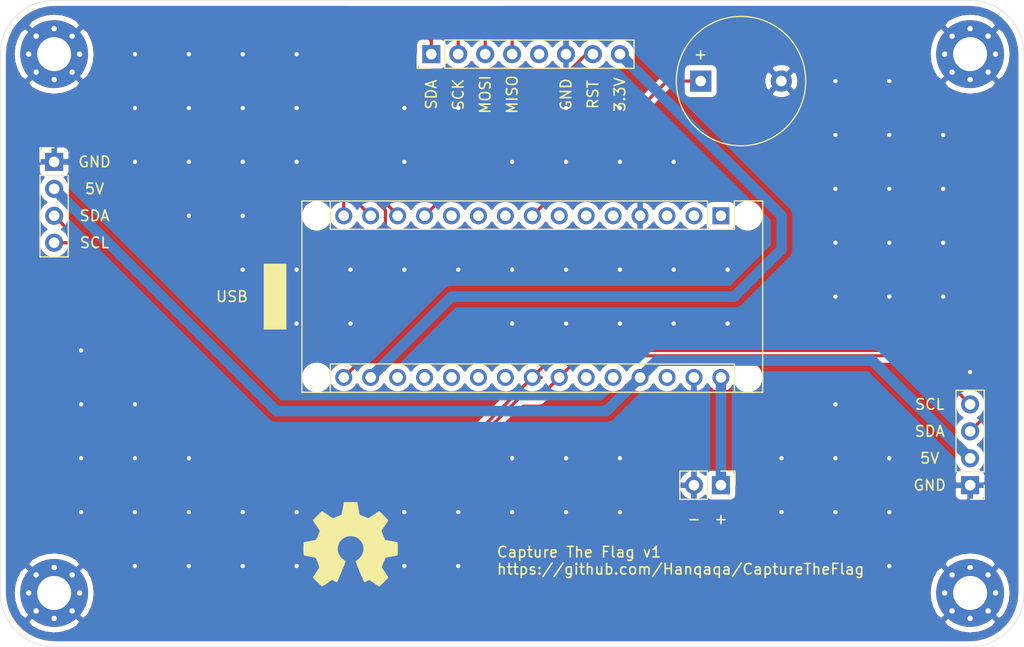
<source format=kicad_pcb>
(kicad_pcb (version 20171130) (host pcbnew "(5.1.6)-1")

  (general
    (thickness 1.6)
    (drawings 28)
    (tracks 152)
    (zones 0)
    (modules 11)
    (nets 31)
  )

  (page A4)
  (layers
    (0 F.Cu signal)
    (31 B.Cu signal)
    (32 B.Adhes user)
    (33 F.Adhes user)
    (34 B.Paste user)
    (35 F.Paste user)
    (36 B.SilkS user)
    (37 F.SilkS user)
    (38 B.Mask user)
    (39 F.Mask user)
    (40 Dwgs.User user)
    (41 Cmts.User user)
    (42 Eco1.User user)
    (43 Eco2.User user)
    (44 Edge.Cuts user)
    (45 Margin user)
    (46 B.CrtYd user)
    (47 F.CrtYd user)
    (48 B.Fab user)
    (49 F.Fab user hide)
  )

  (setup
    (last_trace_width 0.25)
    (user_trace_width 0.3)
    (user_trace_width 1)
    (trace_clearance 0.2)
    (zone_clearance 0.508)
    (zone_45_only no)
    (trace_min 0.2)
    (via_size 0.8)
    (via_drill 0.4)
    (via_min_size 0.4)
    (via_min_drill 0.3)
    (uvia_size 0.3)
    (uvia_drill 0.1)
    (uvias_allowed no)
    (uvia_min_size 0.2)
    (uvia_min_drill 0.1)
    (edge_width 0.05)
    (segment_width 0.2)
    (pcb_text_width 0.3)
    (pcb_text_size 1.5 1.5)
    (mod_edge_width 0.12)
    (mod_text_size 1 1)
    (mod_text_width 0.15)
    (pad_size 1.524 1.524)
    (pad_drill 0.762)
    (pad_to_mask_clearance 0.05)
    (aux_axis_origin 0 0)
    (visible_elements 7FFFFFFF)
    (pcbplotparams
      (layerselection 0x010fc_ffffffff)
      (usegerberextensions false)
      (usegerberattributes true)
      (usegerberadvancedattributes true)
      (creategerberjobfile true)
      (excludeedgelayer true)
      (linewidth 0.100000)
      (plotframeref false)
      (viasonmask false)
      (mode 1)
      (useauxorigin false)
      (hpglpennumber 1)
      (hpglpenspeed 20)
      (hpglpendiameter 15.000000)
      (psnegative false)
      (psa4output false)
      (plotreference true)
      (plotvalue true)
      (plotinvisibletext false)
      (padsonsilk false)
      (subtractmaskfromsilk false)
      (outputformat 1)
      (mirror false)
      (drillshape 0)
      (scaleselection 1)
      (outputdirectory "Gerbers/"))
  )

  (net 0 "")
  (net 1 "Net-(A1-Pad1)")
  (net 2 3.3V)
  (net 3 "Net-(A1-Pad2)")
  (net 4 "Net-(A1-Pad18)")
  (net 5 "Net-(A1-Pad3)")
  (net 6 "Net-(A1-Pad19)")
  (net 7 GND)
  (net 8 "Net-(A1-Pad20)")
  (net 9 "Net-(A1-Pad5)")
  (net 10 "Net-(A1-Pad21)")
  (net 11 "Net-(A1-Pad6)")
  (net 12 "Net-(A1-Pad22)")
  (net 13 "Net-(A1-Pad7)")
  (net 14 I2C_SDA)
  (net 15 "Net-(A1-Pad8)")
  (net 16 I2C_SCL)
  (net 17 "Net-(A1-Pad9)")
  (net 18 "Net-(A1-Pad25)")
  (net 19 "Net-(A1-Pad10)")
  (net 20 "Net-(A1-Pad26)")
  (net 21 "Net-(A1-Pad11)")
  (net 22 5V)
  (net 23 SPI_RST)
  (net 24 "Net-(A1-Pad28)")
  (net 25 SPI_SDA)
  (net 26 SPI_MOSI)
  (net 27 VIN)
  (net 28 SPI_MISO)
  (net 29 SPI_SCK)
  (net 30 "Net-(J3-Pad5)")

  (net_class Default "Esta es la clase de red por defecto."
    (clearance 0.2)
    (trace_width 0.25)
    (via_dia 0.8)
    (via_drill 0.4)
    (uvia_dia 0.3)
    (uvia_drill 0.1)
    (add_net 3.3V)
    (add_net 5V)
    (add_net GND)
    (add_net I2C_SCL)
    (add_net I2C_SDA)
    (add_net "Net-(A1-Pad1)")
    (add_net "Net-(A1-Pad10)")
    (add_net "Net-(A1-Pad11)")
    (add_net "Net-(A1-Pad18)")
    (add_net "Net-(A1-Pad19)")
    (add_net "Net-(A1-Pad2)")
    (add_net "Net-(A1-Pad20)")
    (add_net "Net-(A1-Pad21)")
    (add_net "Net-(A1-Pad22)")
    (add_net "Net-(A1-Pad25)")
    (add_net "Net-(A1-Pad26)")
    (add_net "Net-(A1-Pad28)")
    (add_net "Net-(A1-Pad3)")
    (add_net "Net-(A1-Pad5)")
    (add_net "Net-(A1-Pad6)")
    (add_net "Net-(A1-Pad7)")
    (add_net "Net-(A1-Pad8)")
    (add_net "Net-(A1-Pad9)")
    (add_net "Net-(J3-Pad5)")
    (add_net SPI_MISO)
    (add_net SPI_MOSI)
    (add_net SPI_RST)
    (add_net SPI_SCK)
    (add_net SPI_SDA)
    (add_net VIN)
  )

  (module Symbol:OSHW-Symbol_8.9x8mm_SilkScreen (layer F.Cu) (tedit 0) (tstamp 5F82B532)
    (at 147.32 135.128)
    (descr "Open Source Hardware Symbol")
    (tags "Logo Symbol OSHW")
    (attr virtual)
    (fp_text reference REF** (at 0 0) (layer F.Fab) hide
      (effects (font (size 1 1) (thickness 0.15)))
    )
    (fp_text value OSHW-Symbol_8.9x8mm_SilkScreen (at 0.75 0) (layer F.Fab) hide
      (effects (font (size 1 1) (thickness 0.15)))
    )
    (fp_poly (pts (xy 0.746536 -3.399573) (xy 0.859118 -2.802382) (xy 1.274531 -2.631135) (xy 1.689945 -2.459888)
      (xy 2.188302 -2.798767) (xy 2.327869 -2.893123) (xy 2.454029 -2.97737) (xy 2.560896 -3.047662)
      (xy 2.642583 -3.100153) (xy 2.693202 -3.130996) (xy 2.706987 -3.137647) (xy 2.731821 -3.120542)
      (xy 2.784889 -3.073256) (xy 2.860241 -3.001828) (xy 2.95193 -2.9123) (xy 3.054008 -2.810711)
      (xy 3.160527 -2.703102) (xy 3.265537 -2.595513) (xy 3.363092 -2.493985) (xy 3.447243 -2.404559)
      (xy 3.512041 -2.333274) (xy 3.551538 -2.286172) (xy 3.560981 -2.270408) (xy 3.547392 -2.241347)
      (xy 3.509294 -2.177679) (xy 3.450694 -2.085633) (xy 3.375598 -1.971436) (xy 3.288009 -1.841316)
      (xy 3.237255 -1.767099) (xy 3.144746 -1.631578) (xy 3.062541 -1.509284) (xy 2.994631 -1.406305)
      (xy 2.945001 -1.328727) (xy 2.917641 -1.282639) (xy 2.91353 -1.272953) (xy 2.92285 -1.245426)
      (xy 2.948255 -1.181272) (xy 2.985912 -1.08951) (xy 3.031987 -0.979161) (xy 3.082647 -0.859245)
      (xy 3.13406 -0.738781) (xy 3.18239 -0.626791) (xy 3.223807 -0.532293) (xy 3.254475 -0.464308)
      (xy 3.270562 -0.431857) (xy 3.271512 -0.43058) (xy 3.296773 -0.424383) (xy 3.364046 -0.41056)
      (xy 3.466361 -0.390468) (xy 3.596742 -0.365466) (xy 3.748217 -0.336914) (xy 3.836594 -0.320449)
      (xy 3.998453 -0.289631) (xy 4.14465 -0.260306) (xy 4.267788 -0.234079) (xy 4.36047 -0.212554)
      (xy 4.415302 -0.197335) (xy 4.426324 -0.192507) (xy 4.437119 -0.159826) (xy 4.44583 -0.086015)
      (xy 4.452461 0.020292) (xy 4.457019 0.150467) (xy 4.45951 0.295876) (xy 4.459939 0.44789)
      (xy 4.458312 0.597877) (xy 4.454636 0.737206) (xy 4.448916 0.857245) (xy 4.441158 0.949365)
      (xy 4.431369 1.004932) (xy 4.425497 1.0165) (xy 4.3904 1.030365) (xy 4.316029 1.050188)
      (xy 4.212224 1.073639) (xy 4.08882 1.098391) (xy 4.045742 1.106398) (xy 3.838048 1.144441)
      (xy 3.673985 1.175079) (xy 3.548131 1.199529) (xy 3.455066 1.219009) (xy 3.389368 1.234736)
      (xy 3.345618 1.247928) (xy 3.318393 1.259804) (xy 3.302273 1.27158) (xy 3.300018 1.273908)
      (xy 3.277504 1.3114) (xy 3.243159 1.384365) (xy 3.200412 1.483867) (xy 3.152693 1.600973)
      (xy 3.103431 1.726748) (xy 3.056056 1.852257) (xy 3.013996 1.968565) (xy 2.980681 2.066739)
      (xy 2.959542 2.137843) (xy 2.954006 2.172942) (xy 2.954467 2.174172) (xy 2.973224 2.202861)
      (xy 3.015777 2.265985) (xy 3.077654 2.356973) (xy 3.154383 2.469255) (xy 3.241492 2.59626)
      (xy 3.266299 2.632353) (xy 3.354753 2.763203) (xy 3.432589 2.882591) (xy 3.495567 2.983662)
      (xy 3.539446 3.059559) (xy 3.559986 3.103427) (xy 3.560981 3.108817) (xy 3.543723 3.137144)
      (xy 3.496036 3.193261) (xy 3.424051 3.271137) (xy 3.333898 3.36474) (xy 3.231706 3.468041)
      (xy 3.123606 3.575006) (xy 3.015729 3.679606) (xy 2.914205 3.775809) (xy 2.825163 3.857584)
      (xy 2.754734 3.9189) (xy 2.709048 3.953726) (xy 2.69641 3.959412) (xy 2.666992 3.94602)
      (xy 2.606762 3.909899) (xy 2.52553 3.857136) (xy 2.463031 3.814667) (xy 2.349786 3.73674)
      (xy 2.215675 3.644984) (xy 2.081156 3.553375) (xy 2.008834 3.504346) (xy 1.764039 3.33877)
      (xy 1.558551 3.449875) (xy 1.464937 3.498548) (xy 1.385331 3.536381) (xy 1.331468 3.557958)
      (xy 1.317758 3.560961) (xy 1.301271 3.538793) (xy 1.268746 3.476149) (xy 1.222609 3.378809)
      (xy 1.165291 3.252549) (xy 1.099217 3.10315) (xy 1.026816 2.936388) (xy 0.950517 2.758042)
      (xy 0.872747 2.573891) (xy 0.795935 2.389712) (xy 0.722507 2.211285) (xy 0.654893 2.044387)
      (xy 0.595521 1.894797) (xy 0.546817 1.768293) (xy 0.511211 1.670654) (xy 0.491131 1.607657)
      (xy 0.487901 1.586021) (xy 0.513497 1.558424) (xy 0.569539 1.513625) (xy 0.644312 1.460934)
      (xy 0.650588 1.456765) (xy 0.843846 1.302069) (xy 0.999675 1.121591) (xy 1.116725 0.921102)
      (xy 1.193646 0.706374) (xy 1.229087 0.483177) (xy 1.221698 0.257281) (xy 1.170128 0.034459)
      (xy 1.073027 -0.179521) (xy 1.044459 -0.226336) (xy 0.895869 -0.415382) (xy 0.720328 -0.567188)
      (xy 0.523911 -0.680966) (xy 0.312694 -0.755925) (xy 0.092754 -0.791278) (xy -0.129836 -0.786233)
      (xy -0.348998 -0.740001) (xy -0.558657 -0.651794) (xy -0.752738 -0.520821) (xy -0.812773 -0.467663)
      (xy -0.965564 -0.301261) (xy -1.076902 -0.126088) (xy -1.153276 0.070266) (xy -1.195812 0.264717)
      (xy -1.206313 0.483342) (xy -1.171299 0.703052) (xy -1.094326 0.91642) (xy -0.978952 1.116022)
      (xy -0.828734 1.294429) (xy -0.647226 1.444217) (xy -0.623372 1.460006) (xy -0.547798 1.511712)
      (xy -0.490348 1.556512) (xy -0.462882 1.585117) (xy -0.462482 1.586021) (xy -0.468379 1.616964)
      (xy -0.491754 1.687191) (xy -0.530178 1.790925) (xy -0.581222 1.92239) (xy -0.642457 2.075807)
      (xy -0.711455 2.245401) (xy -0.785786 2.425393) (xy -0.863021 2.610008) (xy -0.940731 2.793468)
      (xy -1.016488 2.969996) (xy -1.087862 3.133814) (xy -1.152425 3.279147) (xy -1.207747 3.400217)
      (xy -1.251399 3.491247) (xy -1.280953 3.54646) (xy -1.292855 3.560961) (xy -1.329222 3.549669)
      (xy -1.397269 3.519385) (xy -1.485263 3.47552) (xy -1.533649 3.449875) (xy -1.739136 3.33877)
      (xy -1.983931 3.504346) (xy -2.108893 3.58917) (xy -2.245704 3.682516) (xy -2.373911 3.770408)
      (xy -2.438128 3.814667) (xy -2.528448 3.875318) (xy -2.604928 3.923381) (xy -2.657592 3.95277)
      (xy -2.674697 3.958982) (xy -2.699594 3.942223) (xy -2.754694 3.895436) (xy -2.834656 3.82348)
      (xy -2.934139 3.731212) (xy -3.047799 3.62349) (xy -3.119684 3.554326) (xy -3.245448 3.430757)
      (xy -3.354136 3.320234) (xy -3.441354 3.227485) (xy -3.50271 3.157237) (xy -3.533808 3.11422)
      (xy -3.536791 3.10549) (xy -3.522946 3.072284) (xy -3.484687 3.005142) (xy -3.426258 2.910863)
      (xy -3.351902 2.796245) (xy -3.265864 2.668083) (xy -3.241397 2.632353) (xy -3.152245 2.502489)
      (xy -3.072261 2.385569) (xy -3.005919 2.288162) (xy -2.957688 2.216839) (xy -2.932042 2.17817)
      (xy -2.929564 2.174172) (xy -2.93327 2.143355) (xy -2.952938 2.075599) (xy -2.985139 1.979839)
      (xy -3.026444 1.865009) (xy -3.073424 1.740044) (xy -3.12265 1.613879) (xy -3.170691 1.495448)
      (xy -3.214118 1.393685) (xy -3.249503 1.317526) (xy -3.273415 1.275904) (xy -3.275115 1.273908)
      (xy -3.289737 1.262013) (xy -3.314434 1.25025) (xy -3.354627 1.237401) (xy -3.415736 1.222249)
      (xy -3.503182 1.203576) (xy -3.622387 1.180165) (xy -3.778772 1.150797) (xy -3.977756 1.114255)
      (xy -4.020839 1.106398) (xy -4.148529 1.081727) (xy -4.259846 1.057593) (xy -4.344954 1.036324)
      (xy -4.394016 1.020248) (xy -4.400594 1.0165) (xy -4.411435 0.983273) (xy -4.420246 0.909021)
      (xy -4.427023 0.802376) (xy -4.431759 0.671967) (xy -4.434449 0.526427) (xy -4.435086 0.374386)
      (xy -4.433665 0.224476) (xy -4.430179 0.085328) (xy -4.424623 -0.034428) (xy -4.416991 -0.126159)
      (xy -4.407277 -0.181234) (xy -4.401421 -0.192507) (xy -4.368819 -0.203877) (xy -4.294581 -0.222376)
      (xy -4.186103 -0.246398) (xy -4.050782 -0.274338) (xy -3.896014 -0.304592) (xy -3.811692 -0.320449)
      (xy -3.651703 -0.350356) (xy -3.509032 -0.37745) (xy -3.390651 -0.400369) (xy -3.303534 -0.417757)
      (xy -3.254654 -0.428253) (xy -3.246609 -0.43058) (xy -3.233012 -0.456814) (xy -3.20427 -0.520005)
      (xy -3.164214 -0.611123) (xy -3.116675 -0.721143) (xy -3.065484 -0.841035) (xy -3.014473 -0.961773)
      (xy -2.967473 -1.074329) (xy -2.928315 -1.169674) (xy -2.90083 -1.238783) (xy -2.88885 -1.272626)
      (xy -2.888627 -1.274105) (xy -2.902208 -1.300803) (xy -2.940284 -1.36224) (xy -2.998852 -1.452311)
      (xy -3.073911 -1.56491) (xy -3.161459 -1.69393) (xy -3.212352 -1.768039) (xy -3.30509 -1.903923)
      (xy -3.387458 -2.027291) (xy -3.455438 -2.131903) (xy -3.505011 -2.211517) (xy -3.532157 -2.259893)
      (xy -3.536078 -2.270738) (xy -3.519224 -2.29598) (xy -3.472631 -2.349876) (xy -3.402251 -2.426387)
      (xy -3.314034 -2.519477) (xy -3.213934 -2.623105) (xy -3.107901 -2.731236) (xy -3.001888 -2.83783)
      (xy -2.901847 -2.93685) (xy -2.813729 -3.022258) (xy -2.743486 -3.088015) (xy -2.697071 -3.128084)
      (xy -2.681543 -3.137647) (xy -2.65626 -3.1242) (xy -2.595788 -3.086425) (xy -2.506007 -3.028165)
      (xy -2.392796 -2.953266) (xy -2.262036 -2.865575) (xy -2.1634 -2.798767) (xy -1.665042 -2.459888)
      (xy -1.249629 -2.631135) (xy -0.834215 -2.802382) (xy -0.721633 -3.399573) (xy -0.60905 -3.996765)
      (xy 0.633953 -3.996765) (xy 0.746536 -3.399573)) (layer F.SilkS) (width 0.01))
  )

  (module Connector_PinHeader_2.54mm:PinHeader_1x08_P2.54mm_Vertical (layer F.Cu) (tedit 59FED5CC) (tstamp 5F81F2FC)
    (at 154.94 88.9 90)
    (descr "Through hole straight pin header, 1x08, 2.54mm pitch, single row")
    (tags "Through hole pin header THT 1x08 2.54mm single row")
    (path /5F72FD9D)
    (fp_text reference J3 (at 0 -2.33 90) (layer F.Fab)
      (effects (font (size 1 1) (thickness 0.15)))
    )
    (fp_text value Conn_01x08 (at 0 20.11 90) (layer F.Fab)
      (effects (font (size 1 1) (thickness 0.15)))
    )
    (fp_line (start 1.8 -1.8) (end -1.8 -1.8) (layer F.CrtYd) (width 0.05))
    (fp_line (start 1.8 19.55) (end 1.8 -1.8) (layer F.CrtYd) (width 0.05))
    (fp_line (start -1.8 19.55) (end 1.8 19.55) (layer F.CrtYd) (width 0.05))
    (fp_line (start -1.8 -1.8) (end -1.8 19.55) (layer F.CrtYd) (width 0.05))
    (fp_line (start -1.33 -1.33) (end 0 -1.33) (layer F.SilkS) (width 0.12))
    (fp_line (start -1.33 0) (end -1.33 -1.33) (layer F.SilkS) (width 0.12))
    (fp_line (start -1.33 1.27) (end 1.33 1.27) (layer F.SilkS) (width 0.12))
    (fp_line (start 1.33 1.27) (end 1.33 19.11) (layer F.SilkS) (width 0.12))
    (fp_line (start -1.33 1.27) (end -1.33 19.11) (layer F.SilkS) (width 0.12))
    (fp_line (start -1.33 19.11) (end 1.33 19.11) (layer F.SilkS) (width 0.12))
    (fp_line (start -1.27 -0.635) (end -0.635 -1.27) (layer F.Fab) (width 0.1))
    (fp_line (start -1.27 19.05) (end -1.27 -0.635) (layer F.Fab) (width 0.1))
    (fp_line (start 1.27 19.05) (end -1.27 19.05) (layer F.Fab) (width 0.1))
    (fp_line (start 1.27 -1.27) (end 1.27 19.05) (layer F.Fab) (width 0.1))
    (fp_line (start -0.635 -1.27) (end 1.27 -1.27) (layer F.Fab) (width 0.1))
    (fp_text user %R (at 0 8.89) (layer F.Fab)
      (effects (font (size 1 1) (thickness 0.15)))
    )
    (pad 1 thru_hole rect (at 0 0 90) (size 1.7 1.7) (drill 1) (layers *.Cu *.Mask)
      (net 25 SPI_SDA))
    (pad 2 thru_hole oval (at 0 2.54 90) (size 1.7 1.7) (drill 1) (layers *.Cu *.Mask)
      (net 29 SPI_SCK))
    (pad 3 thru_hole oval (at 0 5.08 90) (size 1.7 1.7) (drill 1) (layers *.Cu *.Mask)
      (net 26 SPI_MOSI))
    (pad 4 thru_hole oval (at 0 7.62 90) (size 1.7 1.7) (drill 1) (layers *.Cu *.Mask)
      (net 28 SPI_MISO))
    (pad 5 thru_hole oval (at 0 10.16 90) (size 1.7 1.7) (drill 1) (layers *.Cu *.Mask)
      (net 30 "Net-(J3-Pad5)"))
    (pad 6 thru_hole oval (at 0 12.7 90) (size 1.7 1.7) (drill 1) (layers *.Cu *.Mask)
      (net 7 GND))
    (pad 7 thru_hole oval (at 0 15.24 90) (size 1.7 1.7) (drill 1) (layers *.Cu *.Mask)
      (net 23 SPI_RST))
    (pad 8 thru_hole oval (at 0 17.78 90) (size 1.7 1.7) (drill 1) (layers *.Cu *.Mask)
      (net 2 3.3V))
    (model ${KISYS3DMOD}/Connector_PinHeader_2.54mm.3dshapes/PinHeader_1x08_P2.54mm_Vertical.wrl
      (at (xyz 0 0 0))
      (scale (xyz 1 1 1))
      (rotate (xyz 0 0 0))
    )
  )

  (module Module:Arduino_Nano_WithMountingHoles (layer F.Cu) (tedit 58ACAF99) (tstamp 5F81F263)
    (at 182.245 104.14 270)
    (descr "Arduino Nano, http://www.mouser.com/pdfdocs/Gravitech_Arduino_Nano3_0.pdf")
    (tags "Arduino Nano")
    (path /5F6F0AFD)
    (fp_text reference A1 (at 7.62 -5.08 90) (layer F.Fab)
      (effects (font (size 1 1) (thickness 0.15)))
    )
    (fp_text value Arduino_Nano_v3.x (at 8.89 15.24) (layer F.Fab)
      (effects (font (size 1 1) (thickness 0.15)))
    )
    (fp_line (start 16.75 42.16) (end -1.53 42.16) (layer F.CrtYd) (width 0.05))
    (fp_line (start 16.75 42.16) (end 16.75 -4.06) (layer F.CrtYd) (width 0.05))
    (fp_line (start -1.53 -4.06) (end -1.53 42.16) (layer F.CrtYd) (width 0.05))
    (fp_line (start -1.53 -4.06) (end 16.75 -4.06) (layer F.CrtYd) (width 0.05))
    (fp_line (start 16.51 -3.81) (end 16.51 39.37) (layer F.Fab) (width 0.1))
    (fp_line (start 0 -3.81) (end 16.51 -3.81) (layer F.Fab) (width 0.1))
    (fp_line (start -1.27 -2.54) (end 0 -3.81) (layer F.Fab) (width 0.1))
    (fp_line (start -1.27 39.37) (end -1.27 -2.54) (layer F.Fab) (width 0.1))
    (fp_line (start 16.51 39.37) (end -1.27 39.37) (layer F.Fab) (width 0.1))
    (fp_line (start 16.64 -3.94) (end -1.4 -3.94) (layer F.SilkS) (width 0.12))
    (fp_line (start 16.64 39.5) (end 16.64 -3.94) (layer F.SilkS) (width 0.12))
    (fp_line (start -1.4 39.5) (end 16.64 39.5) (layer F.SilkS) (width 0.12))
    (fp_line (start 3.81 41.91) (end 3.81 31.75) (layer F.Fab) (width 0.1))
    (fp_line (start 11.43 41.91) (end 3.81 41.91) (layer F.Fab) (width 0.1))
    (fp_line (start 11.43 31.75) (end 11.43 41.91) (layer F.Fab) (width 0.1))
    (fp_line (start 3.81 31.75) (end 11.43 31.75) (layer F.Fab) (width 0.1))
    (fp_line (start 1.27 36.83) (end -1.4 36.83) (layer F.SilkS) (width 0.12))
    (fp_line (start 1.27 1.27) (end 1.27 36.83) (layer F.SilkS) (width 0.12))
    (fp_line (start 1.27 1.27) (end -1.4 1.27) (layer F.SilkS) (width 0.12))
    (fp_line (start 13.97 36.83) (end 16.64 36.83) (layer F.SilkS) (width 0.12))
    (fp_line (start 13.97 -1.27) (end 13.97 36.83) (layer F.SilkS) (width 0.12))
    (fp_line (start 13.97 -1.27) (end 16.64 -1.27) (layer F.SilkS) (width 0.12))
    (fp_line (start -1.4 -3.94) (end -1.4 -1.27) (layer F.SilkS) (width 0.12))
    (fp_line (start -1.4 1.27) (end -1.4 39.5) (layer F.SilkS) (width 0.12))
    (fp_line (start 1.27 -1.27) (end -1.4 -1.27) (layer F.SilkS) (width 0.12))
    (fp_line (start 1.27 1.27) (end 1.27 -1.27) (layer F.SilkS) (width 0.12))
    (fp_text user %R (at 6.35 16.51) (layer F.Fab)
      (effects (font (size 1 1) (thickness 0.15)))
    )
    (pad 1 thru_hole rect (at 0 0 270) (size 1.6 1.6) (drill 1) (layers *.Cu *.Mask)
      (net 1 "Net-(A1-Pad1)"))
    (pad 17 thru_hole oval (at 15.24 33.02 270) (size 1.6 1.6) (drill 1) (layers *.Cu *.Mask)
      (net 2 3.3V))
    (pad 2 thru_hole oval (at 0 2.54 270) (size 1.6 1.6) (drill 1) (layers *.Cu *.Mask)
      (net 3 "Net-(A1-Pad2)"))
    (pad 18 thru_hole oval (at 15.24 30.48 270) (size 1.6 1.6) (drill 1) (layers *.Cu *.Mask)
      (net 4 "Net-(A1-Pad18)"))
    (pad 3 thru_hole oval (at 0 5.08 270) (size 1.6 1.6) (drill 1) (layers *.Cu *.Mask)
      (net 5 "Net-(A1-Pad3)"))
    (pad 19 thru_hole oval (at 15.24 27.94 270) (size 1.6 1.6) (drill 1) (layers *.Cu *.Mask)
      (net 6 "Net-(A1-Pad19)"))
    (pad 4 thru_hole oval (at 0 7.62 270) (size 1.6 1.6) (drill 1) (layers *.Cu *.Mask)
      (net 7 GND))
    (pad 20 thru_hole oval (at 15.24 25.4 270) (size 1.6 1.6) (drill 1) (layers *.Cu *.Mask)
      (net 8 "Net-(A1-Pad20)"))
    (pad 5 thru_hole oval (at 0 10.16 270) (size 1.6 1.6) (drill 1) (layers *.Cu *.Mask)
      (net 9 "Net-(A1-Pad5)"))
    (pad 21 thru_hole oval (at 15.24 22.86 270) (size 1.6 1.6) (drill 1) (layers *.Cu *.Mask)
      (net 10 "Net-(A1-Pad21)"))
    (pad 6 thru_hole oval (at 0 12.7 270) (size 1.6 1.6) (drill 1) (layers *.Cu *.Mask)
      (net 11 "Net-(A1-Pad6)"))
    (pad 22 thru_hole oval (at 15.24 20.32 270) (size 1.6 1.6) (drill 1) (layers *.Cu *.Mask)
      (net 12 "Net-(A1-Pad22)"))
    (pad 7 thru_hole oval (at 0 15.24 270) (size 1.6 1.6) (drill 1) (layers *.Cu *.Mask)
      (net 13 "Net-(A1-Pad7)"))
    (pad 23 thru_hole oval (at 15.24 17.78 270) (size 1.6 1.6) (drill 1) (layers *.Cu *.Mask)
      (net 14 I2C_SDA))
    (pad 8 thru_hole oval (at 0 17.78 270) (size 1.6 1.6) (drill 1) (layers *.Cu *.Mask)
      (net 15 "Net-(A1-Pad8)"))
    (pad 24 thru_hole oval (at 15.24 15.24 270) (size 1.6 1.6) (drill 1) (layers *.Cu *.Mask)
      (net 16 I2C_SCL))
    (pad 9 thru_hole oval (at 0 20.32 270) (size 1.6 1.6) (drill 1) (layers *.Cu *.Mask)
      (net 17 "Net-(A1-Pad9)"))
    (pad 25 thru_hole oval (at 15.24 12.7 270) (size 1.6 1.6) (drill 1) (layers *.Cu *.Mask)
      (net 18 "Net-(A1-Pad25)"))
    (pad 10 thru_hole oval (at 0 22.86 270) (size 1.6 1.6) (drill 1) (layers *.Cu *.Mask)
      (net 19 "Net-(A1-Pad10)"))
    (pad 26 thru_hole oval (at 15.24 10.16 270) (size 1.6 1.6) (drill 1) (layers *.Cu *.Mask)
      (net 20 "Net-(A1-Pad26)"))
    (pad 11 thru_hole oval (at 0 25.4 270) (size 1.6 1.6) (drill 1) (layers *.Cu *.Mask)
      (net 21 "Net-(A1-Pad11)"))
    (pad 27 thru_hole oval (at 15.24 7.62 270) (size 1.6 1.6) (drill 1) (layers *.Cu *.Mask)
      (net 22 5V))
    (pad 12 thru_hole oval (at 0 27.94 270) (size 1.6 1.6) (drill 1) (layers *.Cu *.Mask)
      (net 23 SPI_RST))
    (pad 28 thru_hole oval (at 15.24 5.08 270) (size 1.6 1.6) (drill 1) (layers *.Cu *.Mask)
      (net 24 "Net-(A1-Pad28)"))
    (pad 13 thru_hole oval (at 0 30.48 270) (size 1.6 1.6) (drill 1) (layers *.Cu *.Mask)
      (net 25 SPI_SDA))
    (pad 29 thru_hole oval (at 15.24 2.54 270) (size 1.6 1.6) (drill 1) (layers *.Cu *.Mask)
      (net 7 GND))
    (pad 14 thru_hole oval (at 0 33.02 270) (size 1.6 1.6) (drill 1) (layers *.Cu *.Mask)
      (net 26 SPI_MOSI))
    (pad 30 thru_hole oval (at 15.24 0 270) (size 1.6 1.6) (drill 1) (layers *.Cu *.Mask)
      (net 27 VIN))
    (pad 15 thru_hole oval (at 0 35.56 270) (size 1.6 1.6) (drill 1) (layers *.Cu *.Mask)
      (net 28 SPI_MISO))
    (pad 16 thru_hole oval (at 15.24 35.56 270) (size 1.6 1.6) (drill 1) (layers *.Cu *.Mask)
      (net 29 SPI_SCK))
    (pad "" np_thru_hole circle (at 0 -2.54 270) (size 1.78 1.78) (drill 1.78) (layers *.Cu *.Mask))
    (pad "" np_thru_hole circle (at 15.24 -2.54 270) (size 1.78 1.78) (drill 1.78) (layers *.Cu *.Mask))
    (pad "" np_thru_hole circle (at 15.24 38.1 270) (size 1.78 1.78) (drill 1.78) (layers *.Cu *.Mask))
    (pad "" np_thru_hole circle (at 0 38.1 270) (size 1.78 1.78) (drill 1.78) (layers *.Cu *.Mask))
    (model ${KISYS3DMOD}/Module.3dshapes/Arduino_Nano_WithMountingHoles.wrl
      (at (xyz 0 0 0))
      (scale (xyz 1 1 1))
      (rotate (xyz 0 0 0))
    )
  )

  (module Buzzer_Beeper:Buzzer_12x9.5RM7.6 (layer F.Cu) (tedit 5A030281) (tstamp 5F81F270)
    (at 180.34 91.44)
    (descr "Generic Buzzer, D12mm height 9.5mm with RM7.6mm")
    (tags buzzer)
    (path /5F721B27)
    (fp_text reference BZ1 (at 3.8 -7.2) (layer F.Fab)
      (effects (font (size 1 1) (thickness 0.15)))
    )
    (fp_text value Buzzer (at 3.8 7.4) (layer F.Fab)
      (effects (font (size 1 1) (thickness 0.15)))
    )
    (fp_circle (center 3.8 0) (end 9.9 0) (layer F.SilkS) (width 0.12))
    (fp_circle (center 3.8 0) (end 4.8 0) (layer F.Fab) (width 0.1))
    (fp_circle (center 3.8 0) (end 9.8 0) (layer F.Fab) (width 0.1))
    (fp_circle (center 3.8 0) (end 10.05 0) (layer F.CrtYd) (width 0.05))
    (fp_text user + (at -0.01 -2.54) (layer F.Fab)
      (effects (font (size 1 1) (thickness 0.15)))
    )
    (fp_text user + (at -0.01 -2.54) (layer F.SilkS)
      (effects (font (size 1 1) (thickness 0.15)))
    )
    (fp_text user %R (at 3.8 -4) (layer F.Fab)
      (effects (font (size 1 1) (thickness 0.15)))
    )
    (pad 1 thru_hole rect (at 0 0) (size 2 2) (drill 1) (layers *.Cu *.Mask)
      (net 15 "Net-(A1-Pad8)"))
    (pad 2 thru_hole circle (at 7.6 0) (size 2 2) (drill 1) (layers *.Cu *.Mask)
      (net 7 GND))
    (model ${KISYS3DMOD}/Buzzer_Beeper.3dshapes/Buzzer_12x9.5RM7.6.wrl
      (at (xyz 0 0 0))
      (scale (xyz 1 1 1))
      (rotate (xyz 0 0 0))
    )
  )

  (module MountingHole:MountingHole_3.2mm_M3_Pad_Via (layer F.Cu) (tedit 56DDBCCA) (tstamp 5F81F280)
    (at 205.74 88.9)
    (descr "Mounting Hole 3.2mm, M3")
    (tags "mounting hole 3.2mm m3")
    (path /5F826D42)
    (attr virtual)
    (fp_text reference H1 (at 0 -4.2) (layer F.Fab)
      (effects (font (size 1 1) (thickness 0.15)))
    )
    (fp_text value MountingHole_Pad (at 0 4.2) (layer F.Fab)
      (effects (font (size 1 1) (thickness 0.15)))
    )
    (fp_circle (center 0 0) (end 3.45 0) (layer F.CrtYd) (width 0.05))
    (fp_circle (center 0 0) (end 3.2 0) (layer Cmts.User) (width 0.15))
    (fp_text user %R (at 0.3 0) (layer F.Fab)
      (effects (font (size 1 1) (thickness 0.15)))
    )
    (pad 1 thru_hole circle (at 0 0) (size 6.4 6.4) (drill 3.2) (layers *.Cu *.Mask)
      (net 7 GND))
    (pad 1 thru_hole circle (at 2.4 0) (size 0.8 0.8) (drill 0.5) (layers *.Cu *.Mask)
      (net 7 GND))
    (pad 1 thru_hole circle (at 1.697056 1.697056) (size 0.8 0.8) (drill 0.5) (layers *.Cu *.Mask)
      (net 7 GND))
    (pad 1 thru_hole circle (at 0 2.4) (size 0.8 0.8) (drill 0.5) (layers *.Cu *.Mask)
      (net 7 GND))
    (pad 1 thru_hole circle (at -1.697056 1.697056) (size 0.8 0.8) (drill 0.5) (layers *.Cu *.Mask)
      (net 7 GND))
    (pad 1 thru_hole circle (at -2.4 0) (size 0.8 0.8) (drill 0.5) (layers *.Cu *.Mask)
      (net 7 GND))
    (pad 1 thru_hole circle (at -1.697056 -1.697056) (size 0.8 0.8) (drill 0.5) (layers *.Cu *.Mask)
      (net 7 GND))
    (pad 1 thru_hole circle (at 0 -2.4) (size 0.8 0.8) (drill 0.5) (layers *.Cu *.Mask)
      (net 7 GND))
    (pad 1 thru_hole circle (at 1.697056 -1.697056) (size 0.8 0.8) (drill 0.5) (layers *.Cu *.Mask)
      (net 7 GND))
  )

  (module MountingHole:MountingHole_3.2mm_M3_Pad_Via (layer F.Cu) (tedit 56DDBCCA) (tstamp 5F81F290)
    (at 205.74 139.7)
    (descr "Mounting Hole 3.2mm, M3")
    (tags "mounting hole 3.2mm m3")
    (path /5F8280E5)
    (attr virtual)
    (fp_text reference H2 (at 0 -4.2) (layer F.Fab)
      (effects (font (size 1 1) (thickness 0.15)))
    )
    (fp_text value MountingHole_Pad (at 0 4.2) (layer F.Fab)
      (effects (font (size 1 1) (thickness 0.15)))
    )
    (fp_circle (center 0 0) (end 3.2 0) (layer Cmts.User) (width 0.15))
    (fp_circle (center 0 0) (end 3.45 0) (layer F.CrtYd) (width 0.05))
    (fp_text user %R (at 0.3 0) (layer F.Fab)
      (effects (font (size 1 1) (thickness 0.15)))
    )
    (pad 1 thru_hole circle (at 1.697056 -1.697056) (size 0.8 0.8) (drill 0.5) (layers *.Cu *.Mask)
      (net 7 GND))
    (pad 1 thru_hole circle (at 0 -2.4) (size 0.8 0.8) (drill 0.5) (layers *.Cu *.Mask)
      (net 7 GND))
    (pad 1 thru_hole circle (at -1.697056 -1.697056) (size 0.8 0.8) (drill 0.5) (layers *.Cu *.Mask)
      (net 7 GND))
    (pad 1 thru_hole circle (at -2.4 0) (size 0.8 0.8) (drill 0.5) (layers *.Cu *.Mask)
      (net 7 GND))
    (pad 1 thru_hole circle (at -1.697056 1.697056) (size 0.8 0.8) (drill 0.5) (layers *.Cu *.Mask)
      (net 7 GND))
    (pad 1 thru_hole circle (at 0 2.4) (size 0.8 0.8) (drill 0.5) (layers *.Cu *.Mask)
      (net 7 GND))
    (pad 1 thru_hole circle (at 1.697056 1.697056) (size 0.8 0.8) (drill 0.5) (layers *.Cu *.Mask)
      (net 7 GND))
    (pad 1 thru_hole circle (at 2.4 0) (size 0.8 0.8) (drill 0.5) (layers *.Cu *.Mask)
      (net 7 GND))
    (pad 1 thru_hole circle (at 0 0) (size 6.4 6.4) (drill 3.2) (layers *.Cu *.Mask)
      (net 7 GND))
  )

  (module MountingHole:MountingHole_3.2mm_M3_Pad_Via (layer F.Cu) (tedit 56DDBCCA) (tstamp 5F81F2A0)
    (at 119.38 139.7)
    (descr "Mounting Hole 3.2mm, M3")
    (tags "mounting hole 3.2mm m3")
    (path /5F828388)
    (attr virtual)
    (fp_text reference H3 (at 0 -4.2) (layer F.Fab)
      (effects (font (size 1 1) (thickness 0.15)))
    )
    (fp_text value MountingHole_Pad (at 0 4.2) (layer F.Fab)
      (effects (font (size 1 1) (thickness 0.15)))
    )
    (fp_circle (center 0 0) (end 3.45 0) (layer F.CrtYd) (width 0.05))
    (fp_circle (center 0 0) (end 3.2 0) (layer Cmts.User) (width 0.15))
    (fp_text user %R (at 0.3 0) (layer F.Fab)
      (effects (font (size 1 1) (thickness 0.15)))
    )
    (pad 1 thru_hole circle (at 0 0) (size 6.4 6.4) (drill 3.2) (layers *.Cu *.Mask)
      (net 7 GND))
    (pad 1 thru_hole circle (at 2.4 0) (size 0.8 0.8) (drill 0.5) (layers *.Cu *.Mask)
      (net 7 GND))
    (pad 1 thru_hole circle (at 1.697056 1.697056) (size 0.8 0.8) (drill 0.5) (layers *.Cu *.Mask)
      (net 7 GND))
    (pad 1 thru_hole circle (at 0 2.4) (size 0.8 0.8) (drill 0.5) (layers *.Cu *.Mask)
      (net 7 GND))
    (pad 1 thru_hole circle (at -1.697056 1.697056) (size 0.8 0.8) (drill 0.5) (layers *.Cu *.Mask)
      (net 7 GND))
    (pad 1 thru_hole circle (at -2.4 0) (size 0.8 0.8) (drill 0.5) (layers *.Cu *.Mask)
      (net 7 GND))
    (pad 1 thru_hole circle (at -1.697056 -1.697056) (size 0.8 0.8) (drill 0.5) (layers *.Cu *.Mask)
      (net 7 GND))
    (pad 1 thru_hole circle (at 0 -2.4) (size 0.8 0.8) (drill 0.5) (layers *.Cu *.Mask)
      (net 7 GND))
    (pad 1 thru_hole circle (at 1.697056 -1.697056) (size 0.8 0.8) (drill 0.5) (layers *.Cu *.Mask)
      (net 7 GND))
  )

  (module MountingHole:MountingHole_3.2mm_M3_Pad_Via (layer F.Cu) (tedit 56DDBCCA) (tstamp 5F81F2B0)
    (at 119.38 88.9)
    (descr "Mounting Hole 3.2mm, M3")
    (tags "mounting hole 3.2mm m3")
    (path /5F82886C)
    (attr virtual)
    (fp_text reference H4 (at 0 -4.2) (layer F.Fab)
      (effects (font (size 1 1) (thickness 0.15)))
    )
    (fp_text value MountingHole_Pad (at 0 4.2) (layer F.Fab)
      (effects (font (size 1 1) (thickness 0.15)))
    )
    (fp_circle (center 0 0) (end 3.2 0) (layer Cmts.User) (width 0.15))
    (fp_circle (center 0 0) (end 3.45 0) (layer F.CrtYd) (width 0.05))
    (fp_text user %R (at 0.3 0) (layer F.Fab)
      (effects (font (size 1 1) (thickness 0.15)))
    )
    (pad 1 thru_hole circle (at 1.697056 -1.697056) (size 0.8 0.8) (drill 0.5) (layers *.Cu *.Mask)
      (net 7 GND))
    (pad 1 thru_hole circle (at 0 -2.4) (size 0.8 0.8) (drill 0.5) (layers *.Cu *.Mask)
      (net 7 GND))
    (pad 1 thru_hole circle (at -1.697056 -1.697056) (size 0.8 0.8) (drill 0.5) (layers *.Cu *.Mask)
      (net 7 GND))
    (pad 1 thru_hole circle (at -2.4 0) (size 0.8 0.8) (drill 0.5) (layers *.Cu *.Mask)
      (net 7 GND))
    (pad 1 thru_hole circle (at -1.697056 1.697056) (size 0.8 0.8) (drill 0.5) (layers *.Cu *.Mask)
      (net 7 GND))
    (pad 1 thru_hole circle (at 0 2.4) (size 0.8 0.8) (drill 0.5) (layers *.Cu *.Mask)
      (net 7 GND))
    (pad 1 thru_hole circle (at 1.697056 1.697056) (size 0.8 0.8) (drill 0.5) (layers *.Cu *.Mask)
      (net 7 GND))
    (pad 1 thru_hole circle (at 2.4 0) (size 0.8 0.8) (drill 0.5) (layers *.Cu *.Mask)
      (net 7 GND))
    (pad 1 thru_hole circle (at 0 0) (size 6.4 6.4) (drill 3.2) (layers *.Cu *.Mask)
      (net 7 GND))
  )

  (module Connector_PinHeader_2.54mm:PinHeader_1x04_P2.54mm_Vertical (layer F.Cu) (tedit 59FED5CC) (tstamp 5F81F2C8)
    (at 205.74 129.54 180)
    (descr "Through hole straight pin header, 1x04, 2.54mm pitch, single row")
    (tags "Through hole pin header THT 1x04 2.54mm single row")
    (path /5F6F241A)
    (fp_text reference J1 (at 0 -2.33) (layer F.Fab)
      (effects (font (size 1 1) (thickness 0.15)))
    )
    (fp_text value Conn_01x04 (at 0 9.95) (layer F.Fab)
      (effects (font (size 1 1) (thickness 0.15)))
    )
    (fp_line (start 1.8 -1.8) (end -1.8 -1.8) (layer F.CrtYd) (width 0.05))
    (fp_line (start 1.8 9.4) (end 1.8 -1.8) (layer F.CrtYd) (width 0.05))
    (fp_line (start -1.8 9.4) (end 1.8 9.4) (layer F.CrtYd) (width 0.05))
    (fp_line (start -1.8 -1.8) (end -1.8 9.4) (layer F.CrtYd) (width 0.05))
    (fp_line (start -1.33 -1.33) (end 0 -1.33) (layer F.SilkS) (width 0.12))
    (fp_line (start -1.33 0) (end -1.33 -1.33) (layer F.SilkS) (width 0.12))
    (fp_line (start -1.33 1.27) (end 1.33 1.27) (layer F.SilkS) (width 0.12))
    (fp_line (start 1.33 1.27) (end 1.33 8.95) (layer F.SilkS) (width 0.12))
    (fp_line (start -1.33 1.27) (end -1.33 8.95) (layer F.SilkS) (width 0.12))
    (fp_line (start -1.33 8.95) (end 1.33 8.95) (layer F.SilkS) (width 0.12))
    (fp_line (start -1.27 -0.635) (end -0.635 -1.27) (layer F.Fab) (width 0.1))
    (fp_line (start -1.27 8.89) (end -1.27 -0.635) (layer F.Fab) (width 0.1))
    (fp_line (start 1.27 8.89) (end -1.27 8.89) (layer F.Fab) (width 0.1))
    (fp_line (start 1.27 -1.27) (end 1.27 8.89) (layer F.Fab) (width 0.1))
    (fp_line (start -0.635 -1.27) (end 1.27 -1.27) (layer F.Fab) (width 0.1))
    (fp_text user %R (at 0 3.81 90) (layer F.Fab)
      (effects (font (size 1 1) (thickness 0.15)))
    )
    (pad 1 thru_hole rect (at 0 0 180) (size 1.7 1.7) (drill 1) (layers *.Cu *.Mask)
      (net 7 GND))
    (pad 2 thru_hole oval (at 0 2.54 180) (size 1.7 1.7) (drill 1) (layers *.Cu *.Mask)
      (net 22 5V))
    (pad 3 thru_hole oval (at 0 5.08 180) (size 1.7 1.7) (drill 1) (layers *.Cu *.Mask)
      (net 14 I2C_SDA))
    (pad 4 thru_hole oval (at 0 7.62 180) (size 1.7 1.7) (drill 1) (layers *.Cu *.Mask)
      (net 16 I2C_SCL))
    (model ${KISYS3DMOD}/Connector_PinHeader_2.54mm.3dshapes/PinHeader_1x04_P2.54mm_Vertical.wrl
      (at (xyz 0 0 0))
      (scale (xyz 1 1 1))
      (rotate (xyz 0 0 0))
    )
  )

  (module Connector_PinHeader_2.54mm:PinHeader_1x04_P2.54mm_Vertical (layer F.Cu) (tedit 59FED5CC) (tstamp 5F81F724)
    (at 119.38 99.06)
    (descr "Through hole straight pin header, 1x04, 2.54mm pitch, single row")
    (tags "Through hole pin header THT 1x04 2.54mm single row")
    (path /5F722BA9)
    (fp_text reference J2 (at 0 -2.33) (layer F.Fab)
      (effects (font (size 1 1) (thickness 0.15)))
    )
    (fp_text value Conn_01x04 (at 0 9.95) (layer F.Fab)
      (effects (font (size 1 1) (thickness 0.15)))
    )
    (fp_line (start -0.635 -1.27) (end 1.27 -1.27) (layer F.Fab) (width 0.1))
    (fp_line (start 1.27 -1.27) (end 1.27 8.89) (layer F.Fab) (width 0.1))
    (fp_line (start 1.27 8.89) (end -1.27 8.89) (layer F.Fab) (width 0.1))
    (fp_line (start -1.27 8.89) (end -1.27 -0.635) (layer F.Fab) (width 0.1))
    (fp_line (start -1.27 -0.635) (end -0.635 -1.27) (layer F.Fab) (width 0.1))
    (fp_line (start -1.33 8.95) (end 1.33 8.95) (layer F.SilkS) (width 0.12))
    (fp_line (start -1.33 1.27) (end -1.33 8.95) (layer F.SilkS) (width 0.12))
    (fp_line (start 1.33 1.27) (end 1.33 8.95) (layer F.SilkS) (width 0.12))
    (fp_line (start -1.33 1.27) (end 1.33 1.27) (layer F.SilkS) (width 0.12))
    (fp_line (start -1.33 0) (end -1.33 -1.33) (layer F.SilkS) (width 0.12))
    (fp_line (start -1.33 -1.33) (end 0 -1.33) (layer F.SilkS) (width 0.12))
    (fp_line (start -1.8 -1.8) (end -1.8 9.4) (layer F.CrtYd) (width 0.05))
    (fp_line (start -1.8 9.4) (end 1.8 9.4) (layer F.CrtYd) (width 0.05))
    (fp_line (start 1.8 9.4) (end 1.8 -1.8) (layer F.CrtYd) (width 0.05))
    (fp_line (start 1.8 -1.8) (end -1.8 -1.8) (layer F.CrtYd) (width 0.05))
    (fp_text user %R (at 0 3.81 90) (layer F.Fab)
      (effects (font (size 1 1) (thickness 0.15)))
    )
    (pad 4 thru_hole oval (at 0 7.62) (size 1.7 1.7) (drill 1) (layers *.Cu *.Mask)
      (net 16 I2C_SCL))
    (pad 3 thru_hole oval (at 0 5.08) (size 1.7 1.7) (drill 1) (layers *.Cu *.Mask)
      (net 14 I2C_SDA))
    (pad 2 thru_hole oval (at 0 2.54) (size 1.7 1.7) (drill 1) (layers *.Cu *.Mask)
      (net 22 5V))
    (pad 1 thru_hole rect (at 0 0) (size 1.7 1.7) (drill 1) (layers *.Cu *.Mask)
      (net 7 GND))
    (model ${KISYS3DMOD}/Connector_PinHeader_2.54mm.3dshapes/PinHeader_1x04_P2.54mm_Vertical.wrl
      (at (xyz 0 0 0))
      (scale (xyz 1 1 1))
      (rotate (xyz 0 0 0))
    )
  )

  (module Connector_PinHeader_2.54mm:PinHeader_1x02_P2.54mm_Vertical (layer F.Cu) (tedit 59FED5CC) (tstamp 5F81F312)
    (at 182.245 129.54 270)
    (descr "Through hole straight pin header, 1x02, 2.54mm pitch, single row")
    (tags "Through hole pin header THT 1x02 2.54mm single row")
    (path /5F851F79)
    (fp_text reference J4 (at 0 -2.33 90) (layer F.Fab)
      (effects (font (size 1 1) (thickness 0.15)))
    )
    (fp_text value Conn_01x02 (at 0 4.87 90) (layer F.Fab)
      (effects (font (size 1 1) (thickness 0.15)))
    )
    (fp_line (start 1.8 -1.8) (end -1.8 -1.8) (layer F.CrtYd) (width 0.05))
    (fp_line (start 1.8 4.35) (end 1.8 -1.8) (layer F.CrtYd) (width 0.05))
    (fp_line (start -1.8 4.35) (end 1.8 4.35) (layer F.CrtYd) (width 0.05))
    (fp_line (start -1.8 -1.8) (end -1.8 4.35) (layer F.CrtYd) (width 0.05))
    (fp_line (start -1.33 -1.33) (end 0 -1.33) (layer F.SilkS) (width 0.12))
    (fp_line (start -1.33 0) (end -1.33 -1.33) (layer F.SilkS) (width 0.12))
    (fp_line (start -1.33 1.27) (end 1.33 1.27) (layer F.SilkS) (width 0.12))
    (fp_line (start 1.33 1.27) (end 1.33 3.87) (layer F.SilkS) (width 0.12))
    (fp_line (start -1.33 1.27) (end -1.33 3.87) (layer F.SilkS) (width 0.12))
    (fp_line (start -1.33 3.87) (end 1.33 3.87) (layer F.SilkS) (width 0.12))
    (fp_line (start -1.27 -0.635) (end -0.635 -1.27) (layer F.Fab) (width 0.1))
    (fp_line (start -1.27 3.81) (end -1.27 -0.635) (layer F.Fab) (width 0.1))
    (fp_line (start 1.27 3.81) (end -1.27 3.81) (layer F.Fab) (width 0.1))
    (fp_line (start 1.27 -1.27) (end 1.27 3.81) (layer F.Fab) (width 0.1))
    (fp_line (start -0.635 -1.27) (end 1.27 -1.27) (layer F.Fab) (width 0.1))
    (fp_text user %R (at 0 1.27) (layer F.Fab)
      (effects (font (size 1 1) (thickness 0.15)))
    )
    (pad 1 thru_hole rect (at 0 0 270) (size 1.7 1.7) (drill 1) (layers *.Cu *.Mask)
      (net 27 VIN))
    (pad 2 thru_hole oval (at 0 2.54 270) (size 1.7 1.7) (drill 1) (layers *.Cu *.Mask)
      (net 7 GND))
    (model ${KISYS3DMOD}/Connector_PinHeader_2.54mm.3dshapes/PinHeader_1x02_P2.54mm_Vertical.wrl
      (at (xyz 0 0 0))
      (scale (xyz 1 1 1))
      (rotate (xyz 0 0 0))
    )
  )

  (gr_text "USB\n" (at 136.144 111.76) (layer F.SilkS)
    (effects (font (size 1 1) (thickness 0.15)))
  )
  (gr_poly (pts (xy 141.224 114.808) (xy 139.192 114.808) (xy 139.192 108.712) (xy 141.224 108.712)) (layer F.SilkS) (width 0.1))
  (gr_text "Capture The Flag v1\nhttps://github.com/Hanqaqa/CaptureTheFlag" (at 161.036 136.652) (layer F.SilkS)
    (effects (font (size 1 1) (thickness 0.15)) (justify left))
  )
  (gr_text "3.3V\n" (at 172.72 92.71 90) (layer F.SilkS)
    (effects (font (size 1 1) (thickness 0.15)))
  )
  (gr_text RST (at 170.18 92.71 90) (layer F.SilkS)
    (effects (font (size 1 1) (thickness 0.15)))
  )
  (gr_text GND (at 167.64 92.71 90) (layer F.SilkS)
    (effects (font (size 1 1) (thickness 0.15)))
  )
  (gr_text MISO (at 162.56 92.71 90) (layer F.SilkS)
    (effects (font (size 1 1) (thickness 0.15)))
  )
  (gr_text "MOSI\n" (at 160.02 92.71 90) (layer F.SilkS)
    (effects (font (size 1 1) (thickness 0.15)))
  )
  (gr_text SCK (at 157.48 92.71 90) (layer F.SilkS)
    (effects (font (size 1 1) (thickness 0.15)))
  )
  (gr_text SDA (at 154.94 92.71 90) (layer F.SilkS)
    (effects (font (size 1 1) (thickness 0.15)))
  )
  (gr_text "-\n" (at 179.705 132.715) (layer F.SilkS)
    (effects (font (size 1 1) (thickness 0.15)))
  )
  (gr_text "+\n" (at 182.245 132.715) (layer F.SilkS)
    (effects (font (size 1 1) (thickness 0.15)))
  )
  (gr_text SCL (at 123.19 106.68) (layer F.SilkS)
    (effects (font (size 1 1) (thickness 0.15)))
  )
  (gr_text SDA (at 123.19 104.14) (layer F.SilkS)
    (effects (font (size 1 1) (thickness 0.15)))
  )
  (gr_text 5V (at 123.19 101.6) (layer F.SilkS)
    (effects (font (size 1 1) (thickness 0.15)))
  )
  (gr_text "GND\n" (at 123.19 99.06) (layer F.SilkS)
    (effects (font (size 1 1) (thickness 0.15)))
  )
  (gr_text GND (at 201.93 129.54) (layer F.SilkS)
    (effects (font (size 1 1) (thickness 0.15)))
  )
  (gr_text 5V (at 201.93 127) (layer F.SilkS)
    (effects (font (size 1 1) (thickness 0.15)))
  )
  (gr_text SDA (at 201.93 124.46) (layer F.SilkS)
    (effects (font (size 1 1) (thickness 0.15)))
  )
  (gr_text SCL (at 201.93 121.92) (layer F.SilkS)
    (effects (font (size 1 1) (thickness 0.15)))
  )
  (gr_arc (start 119.38 88.9) (end 119.38 83.82) (angle -90) (layer Edge.Cuts) (width 0.05))
  (gr_arc (start 205.74 88.9) (end 210.82 88.9) (angle -90) (layer Edge.Cuts) (width 0.05))
  (gr_arc (start 205.74 139.7) (end 205.74 144.78) (angle -90) (layer Edge.Cuts) (width 0.05))
  (gr_arc (start 119.38 139.7) (end 114.3 139.7) (angle -90) (layer Edge.Cuts) (width 0.05))
  (gr_line (start 114.3 88.9) (end 114.3 139.7) (layer Edge.Cuts) (width 0.05) (tstamp 5F81EC35))
  (gr_line (start 205.74 83.82) (end 119.38 83.82) (layer Edge.Cuts) (width 0.05))
  (gr_line (start 210.82 139.7) (end 210.82 88.9) (layer Edge.Cuts) (width 0.05))
  (gr_line (start 119.38 144.78) (end 205.74 144.78) (layer Edge.Cuts) (width 0.05))

  (segment (start 156.845 111.76) (end 149.225 119.38) (width 1) (layer B.Cu) (net 2))
  (segment (start 183.515 111.76) (end 156.845 111.76) (width 1) (layer B.Cu) (net 2))
  (segment (start 187.96 107.315) (end 183.515 111.76) (width 1) (layer B.Cu) (net 2))
  (segment (start 172.72 88.9) (end 187.96 104.14) (width 1) (layer B.Cu) (net 2))
  (segment (start 187.96 104.14) (end 187.96 107.315) (width 1) (layer B.Cu) (net 2))
  (via (at 127 88.9) (size 0.8) (drill 0.4) (layers F.Cu B.Cu) (net 7))
  (via (at 127 93.98) (size 0.8) (drill 0.4) (layers F.Cu B.Cu) (net 7))
  (via (at 127 99.06) (size 0.8) (drill 0.4) (layers F.Cu B.Cu) (net 7))
  (via (at 132.08 93.98) (size 0.8) (drill 0.4) (layers F.Cu B.Cu) (net 7))
  (via (at 132.08 88.9) (size 0.8) (drill 0.4) (layers F.Cu B.Cu) (net 7))
  (via (at 137.16 88.9) (size 0.8) (drill 0.4) (layers F.Cu B.Cu) (net 7))
  (via (at 142.24 88.9) (size 0.8) (drill 0.4) (layers F.Cu B.Cu) (net 7))
  (via (at 142.24 93.98) (size 0.8) (drill 0.4) (layers F.Cu B.Cu) (net 7))
  (via (at 137.16 93.98) (size 0.8) (drill 0.4) (layers F.Cu B.Cu) (net 7))
  (via (at 137.16 99.06) (size 0.8) (drill 0.4) (layers F.Cu B.Cu) (net 7))
  (via (at 132.08 99.06) (size 0.8) (drill 0.4) (layers F.Cu B.Cu) (net 7))
  (via (at 132.08 104.14) (size 0.8) (drill 0.4) (layers F.Cu B.Cu) (net 7))
  (via (at 137.16 104.14) (size 0.8) (drill 0.4) (layers F.Cu B.Cu) (net 7))
  (via (at 137.16 109.22) (size 0.8) (drill 0.4) (layers F.Cu B.Cu) (net 7))
  (via (at 127 121.92) (size 0.8) (drill 0.4) (layers F.Cu B.Cu) (net 7))
  (via (at 127 127) (size 0.8) (drill 0.4) (layers F.Cu B.Cu) (net 7))
  (via (at 127 132.08) (size 0.8) (drill 0.4) (layers F.Cu B.Cu) (net 7))
  (via (at 127 137.16) (size 0.8) (drill 0.4) (layers F.Cu B.Cu) (net 7))
  (via (at 132.08 137.16) (size 0.8) (drill 0.4) (layers F.Cu B.Cu) (net 7))
  (via (at 132.08 132.08) (size 0.8) (drill 0.4) (layers F.Cu B.Cu) (net 7))
  (via (at 132.08 127) (size 0.8) (drill 0.4) (layers F.Cu B.Cu) (net 7))
  (via (at 137.16 132.08) (size 0.8) (drill 0.4) (layers F.Cu B.Cu) (net 7))
  (via (at 137.16 137.16) (size 0.8) (drill 0.4) (layers F.Cu B.Cu) (net 7))
  (via (at 142.24 137.16) (size 0.8) (drill 0.4) (layers F.Cu B.Cu) (net 7))
  (via (at 142.24 132.08) (size 0.8) (drill 0.4) (layers F.Cu B.Cu) (net 7))
  (via (at 152.4 137.16) (size 0.8) (drill 0.4) (layers F.Cu B.Cu) (net 7))
  (via (at 152.4 132.08) (size 0.8) (drill 0.4) (layers F.Cu B.Cu) (net 7))
  (via (at 157.48 132.08) (size 0.8) (drill 0.4) (layers F.Cu B.Cu) (net 7))
  (via (at 162.56 132.08) (size 0.8) (drill 0.4) (layers F.Cu B.Cu) (net 7))
  (via (at 167.64 132.08) (size 0.8) (drill 0.4) (layers F.Cu B.Cu) (net 7))
  (via (at 172.72 132.08) (size 0.8) (drill 0.4) (layers F.Cu B.Cu) (net 7))
  (via (at 157.48 137.16) (size 0.8) (drill 0.4) (layers F.Cu B.Cu) (net 7))
  (via (at 198.12 137.16) (size 0.8) (drill 0.4) (layers F.Cu B.Cu) (net 7))
  (via (at 198.12 132.08) (size 0.8) (drill 0.4) (layers F.Cu B.Cu) (net 7))
  (via (at 193.04 132.08) (size 0.8) (drill 0.4) (layers F.Cu B.Cu) (net 7))
  (via (at 187.96 132.08) (size 0.8) (drill 0.4) (layers F.Cu B.Cu) (net 7))
  (via (at 187.96 127) (size 0.8) (drill 0.4) (layers F.Cu B.Cu) (net 7))
  (via (at 193.04 127) (size 0.8) (drill 0.4) (layers F.Cu B.Cu) (net 7))
  (via (at 198.12 127) (size 0.8) (drill 0.4) (layers F.Cu B.Cu) (net 7))
  (via (at 193.04 121.92) (size 0.8) (drill 0.4) (layers F.Cu B.Cu) (net 7))
  (via (at 193.04 111.76) (size 0.8) (drill 0.4) (layers F.Cu B.Cu) (net 7))
  (via (at 193.04 106.68) (size 0.8) (drill 0.4) (layers F.Cu B.Cu) (net 7))
  (via (at 193.04 101.6) (size 0.8) (drill 0.4) (layers F.Cu B.Cu) (net 7))
  (via (at 193.04 96.52) (size 0.8) (drill 0.4) (layers F.Cu B.Cu) (net 7))
  (via (at 193.04 91.44) (size 0.8) (drill 0.4) (layers F.Cu B.Cu) (net 7))
  (via (at 198.12 91.44) (size 0.8) (drill 0.4) (layers F.Cu B.Cu) (net 7))
  (via (at 198.12 96.52) (size 0.8) (drill 0.4) (layers F.Cu B.Cu) (net 7))
  (via (at 198.12 101.6) (size 0.8) (drill 0.4) (layers F.Cu B.Cu) (net 7))
  (via (at 198.12 106.68) (size 0.8) (drill 0.4) (layers F.Cu B.Cu) (net 7))
  (via (at 198.12 111.76) (size 0.8) (drill 0.4) (layers F.Cu B.Cu) (net 7))
  (via (at 203.2 111.76) (size 0.8) (drill 0.4) (layers F.Cu B.Cu) (net 7))
  (via (at 203.2 106.68) (size 0.8) (drill 0.4) (layers F.Cu B.Cu) (net 7))
  (via (at 203.2 101.6) (size 0.8) (drill 0.4) (layers F.Cu B.Cu) (net 7))
  (via (at 203.2 96.52) (size 0.8) (drill 0.4) (layers F.Cu B.Cu) (net 7))
  (via (at 121.92 132.08) (size 0.8) (drill 0.4) (layers F.Cu B.Cu) (net 7))
  (via (at 121.92 127) (size 0.8) (drill 0.4) (layers F.Cu B.Cu) (net 7))
  (via (at 121.92 121.92) (size 0.8) (drill 0.4) (layers F.Cu B.Cu) (net 7))
  (via (at 121.92 116.84) (size 0.8) (drill 0.4) (layers F.Cu B.Cu) (net 7))
  (via (at 142.24 109.22) (size 0.8) (drill 0.4) (layers F.Cu B.Cu) (net 7))
  (via (at 142.24 99.06) (size 0.8) (drill 0.4) (layers F.Cu B.Cu) (net 7))
  (via (at 147.32 109.22) (size 0.8) (drill 0.4) (layers F.Cu B.Cu) (net 7))
  (via (at 152.4 109.22) (size 0.8) (drill 0.4) (layers F.Cu B.Cu) (net 7))
  (via (at 157.48 109.22) (size 0.8) (drill 0.4) (layers F.Cu B.Cu) (net 7))
  (via (at 162.56 109.22) (size 0.8) (drill 0.4) (layers F.Cu B.Cu) (net 7))
  (via (at 167.64 109.22) (size 0.8) (drill 0.4) (layers F.Cu B.Cu) (net 7))
  (via (at 172.72 109.22) (size 0.8) (drill 0.4) (layers F.Cu B.Cu) (net 7))
  (via (at 177.8 109.22) (size 0.8) (drill 0.4) (layers F.Cu B.Cu) (net 7))
  (via (at 182.88 109.22) (size 0.8) (drill 0.4) (layers F.Cu B.Cu) (net 7))
  (via (at 182.88 114.3) (size 0.8) (drill 0.4) (layers F.Cu B.Cu) (net 7))
  (via (at 177.8 114.3) (size 0.8) (drill 0.4) (layers F.Cu B.Cu) (net 7))
  (via (at 172.72 114.3) (size 0.8) (drill 0.4) (layers F.Cu B.Cu) (net 7))
  (via (at 167.64 114.3) (size 0.8) (drill 0.4) (layers F.Cu B.Cu) (net 7))
  (via (at 162.56 114.3) (size 0.8) (drill 0.4) (layers F.Cu B.Cu) (net 7))
  (via (at 147.32 114.3) (size 0.8) (drill 0.4) (layers F.Cu B.Cu) (net 7))
  (via (at 142.24 114.3) (size 0.8) (drill 0.4) (layers F.Cu B.Cu) (net 7))
  (via (at 152.4 93.98) (size 0.8) (drill 0.4) (layers F.Cu B.Cu) (net 7))
  (via (at 157.48 93.98) (size 0.8) (drill 0.4) (layers F.Cu B.Cu) (net 7))
  (via (at 152.4 99.06) (size 0.8) (drill 0.4) (layers F.Cu B.Cu) (net 7))
  (via (at 205.74 118.872) (size 0.8) (drill 0.4) (layers F.Cu B.Cu) (net 7))
  (via (at 172.72 99.06) (size 0.8) (drill 0.4) (layers F.Cu B.Cu) (net 7))
  (via (at 177.8 99.06) (size 0.8) (drill 0.4) (layers F.Cu B.Cu) (net 7))
  (via (at 162.56 99.06) (size 0.8) (drill 0.4) (layers F.Cu B.Cu) (net 7))
  (via (at 167.64 93.98) (size 0.8) (drill 0.4) (layers F.Cu B.Cu) (net 7))
  (via (at 172.72 93.98) (size 0.8) (drill 0.4) (layers F.Cu B.Cu) (net 7))
  (via (at 167.64 99.06) (size 0.8) (drill 0.4) (layers F.Cu B.Cu) (net 7))
  (via (at 172.72 127) (size 0.8) (drill 0.4) (layers F.Cu B.Cu) (net 7))
  (via (at 167.64 127) (size 0.8) (drill 0.4) (layers F.Cu B.Cu) (net 7))
  (via (at 162.56 127) (size 0.8) (drill 0.4) (layers F.Cu B.Cu) (net 7))
  (segment (start 165.302998 119.38) (end 164.465 119.38) (width 0.3) (layer F.Cu) (net 14))
  (segment (start 119.38 104.14) (end 140.335 125.095) (width 0.3) (layer F.Cu) (net 14))
  (segment (start 158.75 125.095) (end 164.465 119.38) (width 0.3) (layer F.Cu) (net 14))
  (segment (start 140.335 125.095) (end 158.75 125.095) (width 0.3) (layer F.Cu) (net 14))
  (segment (start 206.375 116.84) (end 167.005 116.84) (width 0.3) (layer F.Cu) (net 14))
  (segment (start 167.005 116.84) (end 164.465 119.38) (width 0.3) (layer F.Cu) (net 14))
  (segment (start 208.28 118.745) (end 206.375 116.84) (width 0.3) (layer F.Cu) (net 14))
  (segment (start 205.74 124.46) (end 208.28 121.92) (width 0.3) (layer F.Cu) (net 14))
  (segment (start 208.28 121.92) (end 208.28 118.745) (width 0.3) (layer F.Cu) (net 14))
  (segment (start 177.165 91.44) (end 180.34 91.44) (width 0.3) (layer F.Cu) (net 15))
  (segment (start 164.465 104.14) (end 177.165 91.44) (width 0.3) (layer F.Cu) (net 15))
  (segment (start 166.37 119.38) (end 167.005 119.38) (width 0.3) (layer F.Cu) (net 16))
  (segment (start 169.04499 117.34001) (end 167.005 119.38) (width 0.3) (layer F.Cu) (net 16))
  (segment (start 205.74 121.92) (end 201.16001 117.34001) (width 0.3) (layer F.Cu) (net 16))
  (segment (start 201.16001 117.34001) (end 169.04499 117.34001) (width 0.3) (layer F.Cu) (net 16))
  (segment (start 165.1 121.285) (end 167.005 119.38) (width 0.3) (layer F.Cu) (net 16))
  (segment (start 120.65 106.68) (end 139.7 125.73) (width 0.3) (layer F.Cu) (net 16))
  (segment (start 158.82212 125.73) (end 163.26712 121.285) (width 0.3) (layer F.Cu) (net 16))
  (segment (start 139.7 125.73) (end 158.82212 125.73) (width 0.3) (layer F.Cu) (net 16))
  (segment (start 119.38 106.68) (end 120.65 106.68) (width 0.3) (layer F.Cu) (net 16))
  (segment (start 163.26712 121.285) (end 165.1 121.285) (width 0.3) (layer F.Cu) (net 16))
  (segment (start 171.45 122.555) (end 174.625 119.38) (width 1) (layer B.Cu) (net 22))
  (segment (start 119.38 101.6) (end 140.335 122.555) (width 1) (layer B.Cu) (net 22))
  (segment (start 140.335 122.555) (end 171.45 122.555) (width 1) (layer B.Cu) (net 22))
  (segment (start 176.215001 117.789999) (end 174.625 119.38) (width 1) (layer B.Cu) (net 22))
  (segment (start 196.529999 117.789999) (end 176.215001 117.789999) (width 1) (layer B.Cu) (net 22))
  (segment (start 205.74 127) (end 196.529999 117.789999) (width 1) (layer B.Cu) (net 22))
  (segment (start 154.94 104.14) (end 154.305 104.14) (width 0.3) (layer F.Cu) (net 23))
  (segment (start 169.545 88.9) (end 170.18 88.9) (width 0.3) (layer F.Cu) (net 23))
  (segment (start 154.305 104.14) (end 169.545 88.9) (width 0.3) (layer F.Cu) (net 23))
  (segment (start 151.765 104.14) (end 151.765 104.06788) (width 0.3) (layer F.Cu) (net 25))
  (segment (start 151.765 104.06788) (end 148.59 100.89288) (width 0.3) (layer F.Cu) (net 25))
  (segment (start 148.59 100.89288) (end 148.59 87.63) (width 0.3) (layer F.Cu) (net 25))
  (segment (start 148.59 87.63) (end 149.225 86.995) (width 0.3) (layer F.Cu) (net 25))
  (segment (start 149.225 86.995) (end 154.305 86.995) (width 0.3) (layer F.Cu) (net 25))
  (segment (start 154.94 87.63) (end 154.94 88.9) (width 0.3) (layer F.Cu) (net 25))
  (segment (start 154.305 86.995) (end 154.94 87.63) (width 0.3) (layer F.Cu) (net 25))
  (segment (start 147.955 85.725) (end 159.385 85.725) (width 0.3) (layer F.Cu) (net 26))
  (segment (start 160.02 86.36) (end 160.02 88.9) (width 0.3) (layer F.Cu) (net 26))
  (segment (start 147.32 86.36) (end 147.955 85.725) (width 0.3) (layer F.Cu) (net 26))
  (segment (start 159.385 85.725) (end 160.02 86.36) (width 0.3) (layer F.Cu) (net 26))
  (segment (start 149.225 104.14) (end 147.32 102.235) (width 0.3) (layer F.Cu) (net 26))
  (segment (start 147.32 102.235) (end 147.32 101.6) (width 0.3) (layer F.Cu) (net 26))
  (segment (start 147.32 86.36) (end 147.32 101.6) (width 0.3) (layer F.Cu) (net 26))
  (segment (start 182.245 129.54) (end 182.245 119.38) (width 1) (layer B.Cu) (net 27))
  (segment (start 147.32 104.14) (end 146.685 104.14) (width 0.3) (layer F.Cu) (net 28))
  (segment (start 146.685 104.14) (end 146.685 85.725) (width 0.3) (layer F.Cu) (net 28))
  (segment (start 146.685 85.725) (end 147.32 85.09) (width 0.3) (layer F.Cu) (net 28))
  (segment (start 147.32 85.09) (end 161.29 85.09) (width 0.3) (layer F.Cu) (net 28))
  (segment (start 162.56 86.36) (end 162.56 88.9) (width 0.3) (layer F.Cu) (net 28))
  (segment (start 161.29 85.09) (end 162.56 86.36) (width 0.3) (layer F.Cu) (net 28))
  (segment (start 156.845 86.36) (end 157.48 86.995) (width 0.3) (layer F.Cu) (net 29))
  (segment (start 148.59 86.36) (end 156.845 86.36) (width 0.3) (layer F.Cu) (net 29))
  (segment (start 157.48 86.995) (end 157.48 88.9) (width 0.3) (layer F.Cu) (net 29))
  (segment (start 150.614999 103.624999) (end 147.955 100.965) (width 0.3) (layer F.Cu) (net 29))
  (segment (start 146.685 119.38) (end 150.614999 115.450001) (width 0.3) (layer F.Cu) (net 29))
  (segment (start 150.614999 115.450001) (end 150.614999 103.624999) (width 0.3) (layer F.Cu) (net 29))
  (segment (start 147.955 86.995) (end 148.59 86.36) (width 0.3) (layer F.Cu) (net 29))
  (segment (start 147.955 100.965) (end 147.955 86.995) (width 0.3) (layer F.Cu) (net 29))

  (zone (net 7) (net_name GND) (layer B.Cu) (tstamp 5F82C186) (hatch edge 0.508)
    (connect_pads (clearance 0.508))
    (min_thickness 0.254)
    (fill yes (arc_segments 32) (thermal_gap 0.508) (thermal_bridge_width 0.508))
    (polygon
      (pts
        (xy 210.82 144.78) (xy 114.3 144.78) (xy 114.3 83.82) (xy 210.82 83.82)
      )
    )
    (filled_polygon
      (pts
        (xy 206.522249 84.552437) (xy 207.279774 84.759672) (xy 207.988625 85.097777) (xy 208.626404 85.556067) (xy 209.172946 86.120055)
        (xy 209.610977 86.771913) (xy 209.926651 87.491038) (xy 210.111206 88.259768) (xy 210.160001 88.924221) (xy 210.16 139.670608)
        (xy 210.087563 140.482249) (xy 209.880328 141.239774) (xy 209.542221 141.948627) (xy 209.083928 142.58641) (xy 208.519945 143.132946)
        (xy 207.868085 143.570978) (xy 207.148963 143.886651) (xy 206.380232 144.071206) (xy 205.715792 144.12) (xy 119.409392 144.12)
        (xy 118.597751 144.047563) (xy 117.840226 143.840328) (xy 117.131373 143.502221) (xy 116.49359 143.043928) (xy 115.947054 142.479945)
        (xy 115.893926 142.400881) (xy 116.858724 142.400881) (xy 117.218912 142.890548) (xy 117.882882 143.250849) (xy 118.604385 143.474694)
        (xy 119.355695 143.55348) (xy 120.107938 143.484178) (xy 120.832208 143.269452) (xy 121.50067 142.917555) (xy 121.541088 142.890548)
        (xy 121.901276 142.400881) (xy 203.218724 142.400881) (xy 203.578912 142.890548) (xy 204.242882 143.250849) (xy 204.964385 143.474694)
        (xy 205.715695 143.55348) (xy 206.467938 143.484178) (xy 207.192208 143.269452) (xy 207.86067 142.917555) (xy 207.901088 142.890548)
        (xy 208.261276 142.400881) (xy 205.74 139.879605) (xy 203.218724 142.400881) (xy 121.901276 142.400881) (xy 119.38 139.879605)
        (xy 116.858724 142.400881) (xy 115.893926 142.400881) (xy 115.509022 141.828085) (xy 115.193349 141.108963) (xy 115.008794 140.340232)
        (xy 114.96 139.675792) (xy 114.96 139.675695) (xy 115.52652 139.675695) (xy 115.595822 140.427938) (xy 115.810548 141.152208)
        (xy 116.162445 141.82067) (xy 116.189452 141.861088) (xy 116.679119 142.221276) (xy 119.200395 139.7) (xy 119.559605 139.7)
        (xy 122.080881 142.221276) (xy 122.570548 141.861088) (xy 122.930849 141.197118) (xy 123.154694 140.475615) (xy 123.23348 139.724305)
        (xy 123.229002 139.675695) (xy 201.88652 139.675695) (xy 201.955822 140.427938) (xy 202.170548 141.152208) (xy 202.522445 141.82067)
        (xy 202.549452 141.861088) (xy 203.039119 142.221276) (xy 205.560395 139.7) (xy 205.919605 139.7) (xy 208.440881 142.221276)
        (xy 208.930548 141.861088) (xy 209.290849 141.197118) (xy 209.514694 140.475615) (xy 209.59348 139.724305) (xy 209.524178 138.972062)
        (xy 209.309452 138.247792) (xy 208.957555 137.57933) (xy 208.930548 137.538912) (xy 208.440881 137.178724) (xy 205.919605 139.7)
        (xy 205.560395 139.7) (xy 203.039119 137.178724) (xy 202.549452 137.538912) (xy 202.189151 138.202882) (xy 201.965306 138.924385)
        (xy 201.88652 139.675695) (xy 123.229002 139.675695) (xy 123.164178 138.972062) (xy 122.949452 138.247792) (xy 122.597555 137.57933)
        (xy 122.570548 137.538912) (xy 122.080881 137.178724) (xy 119.559605 139.7) (xy 119.200395 139.7) (xy 116.679119 137.178724)
        (xy 116.189452 137.538912) (xy 115.829151 138.202882) (xy 115.605306 138.924385) (xy 115.52652 139.675695) (xy 114.96 139.675695)
        (xy 114.96 136.999119) (xy 116.858724 136.999119) (xy 119.38 139.520395) (xy 121.901276 136.999119) (xy 203.218724 136.999119)
        (xy 205.74 139.520395) (xy 208.261276 136.999119) (xy 207.901088 136.509452) (xy 207.237118 136.149151) (xy 206.515615 135.925306)
        (xy 205.764305 135.84652) (xy 205.012062 135.915822) (xy 204.287792 136.130548) (xy 203.61933 136.482445) (xy 203.578912 136.509452)
        (xy 203.218724 136.999119) (xy 121.901276 136.999119) (xy 121.541088 136.509452) (xy 120.877118 136.149151) (xy 120.155615 135.925306)
        (xy 119.404305 135.84652) (xy 118.652062 135.915822) (xy 117.927792 136.130548) (xy 117.25933 136.482445) (xy 117.218912 136.509452)
        (xy 116.858724 136.999119) (xy 114.96 136.999119) (xy 114.96 129.896891) (xy 178.263519 129.896891) (xy 178.360843 130.171252)
        (xy 178.509822 130.421355) (xy 178.704731 130.637588) (xy 178.93808 130.811641) (xy 179.200901 130.936825) (xy 179.34811 130.981476)
        (xy 179.578 130.860155) (xy 179.578 129.667) (xy 178.384186 129.667) (xy 178.263519 129.896891) (xy 114.96 129.896891)
        (xy 114.96 129.183109) (xy 178.263519 129.183109) (xy 178.384186 129.413) (xy 179.578 129.413) (xy 179.578 128.219845)
        (xy 179.34811 128.098524) (xy 179.200901 128.143175) (xy 178.93808 128.268359) (xy 178.704731 128.442412) (xy 178.509822 128.658645)
        (xy 178.360843 128.908748) (xy 178.263519 129.183109) (xy 114.96 129.183109) (xy 114.96 99.91) (xy 117.891928 99.91)
        (xy 117.904188 100.034482) (xy 117.940498 100.15418) (xy 117.999463 100.264494) (xy 118.078815 100.361185) (xy 118.175506 100.440537)
        (xy 118.28582 100.499502) (xy 118.35838 100.521513) (xy 118.226525 100.653368) (xy 118.06401 100.896589) (xy 117.952068 101.166842)
        (xy 117.895 101.45374) (xy 117.895 101.74626) (xy 117.952068 102.033158) (xy 118.06401 102.303411) (xy 118.226525 102.546632)
        (xy 118.433368 102.753475) (xy 118.60776 102.87) (xy 118.433368 102.986525) (xy 118.226525 103.193368) (xy 118.06401 103.436589)
        (xy 117.952068 103.706842) (xy 117.895 103.99374) (xy 117.895 104.28626) (xy 117.952068 104.573158) (xy 118.06401 104.843411)
        (xy 118.226525 105.086632) (xy 118.433368 105.293475) (xy 118.60776 105.41) (xy 118.433368 105.526525) (xy 118.226525 105.733368)
        (xy 118.06401 105.976589) (xy 117.952068 106.246842) (xy 117.895 106.53374) (xy 117.895 106.82626) (xy 117.952068 107.113158)
        (xy 118.06401 107.383411) (xy 118.226525 107.626632) (xy 118.433368 107.833475) (xy 118.676589 107.99599) (xy 118.946842 108.107932)
        (xy 119.23374 108.165) (xy 119.52626 108.165) (xy 119.813158 108.107932) (xy 120.083411 107.99599) (xy 120.326632 107.833475)
        (xy 120.533475 107.626632) (xy 120.69599 107.383411) (xy 120.807932 107.113158) (xy 120.865 106.82626) (xy 120.865 106.53374)
        (xy 120.807932 106.246842) (xy 120.69599 105.976589) (xy 120.533475 105.733368) (xy 120.326632 105.526525) (xy 120.15224 105.41)
        (xy 120.326632 105.293475) (xy 120.533475 105.086632) (xy 120.69599 104.843411) (xy 120.790386 104.615517) (xy 139.493009 123.318141)
        (xy 139.528551 123.361449) (xy 139.701377 123.503284) (xy 139.898553 123.608676) (xy 140.062705 123.658471) (xy 140.1125 123.673577)
        (xy 140.133493 123.675644) (xy 140.279248 123.69) (xy 140.279255 123.69) (xy 140.334999 123.69549) (xy 140.390743 123.69)
        (xy 171.394249 123.69) (xy 171.45 123.695491) (xy 171.505751 123.69) (xy 171.505752 123.69) (xy 171.672499 123.673577)
        (xy 171.886447 123.608676) (xy 172.083623 123.503284) (xy 172.256449 123.361449) (xy 172.291996 123.318135) (xy 174.802282 120.80785)
        (xy 175.043574 120.759853) (xy 175.304727 120.65168) (xy 175.539759 120.494637) (xy 175.739637 120.294759) (xy 175.895 120.062241)
        (xy 176.050363 120.294759) (xy 176.250241 120.494637) (xy 176.485273 120.65168) (xy 176.746426 120.759853) (xy 177.023665 120.815)
        (xy 177.306335 120.815) (xy 177.583574 120.759853) (xy 177.844727 120.65168) (xy 178.079759 120.494637) (xy 178.279637 120.294759)
        (xy 178.43668 120.059727) (xy 178.441067 120.049135) (xy 178.552615 120.235131) (xy 178.741586 120.443519) (xy 178.96758 120.611037)
        (xy 179.221913 120.731246) (xy 179.355961 120.771904) (xy 179.578 120.649915) (xy 179.578 119.507) (xy 179.558 119.507)
        (xy 179.558 119.253) (xy 179.578 119.253) (xy 179.578 119.233) (xy 179.832 119.233) (xy 179.832 119.253)
        (xy 179.852 119.253) (xy 179.852 119.507) (xy 179.832 119.507) (xy 179.832 120.649915) (xy 180.054039 120.771904)
        (xy 180.188087 120.731246) (xy 180.44242 120.611037) (xy 180.668414 120.443519) (xy 180.857385 120.235131) (xy 180.968933 120.049135)
        (xy 180.97332 120.059727) (xy 181.110001 120.264285) (xy 181.11 128.122317) (xy 181.040506 128.159463) (xy 180.943815 128.238815)
        (xy 180.864463 128.335506) (xy 180.805498 128.44582) (xy 180.781034 128.526466) (xy 180.705269 128.442412) (xy 180.47192 128.268359)
        (xy 180.209099 128.143175) (xy 180.06189 128.098524) (xy 179.832 128.219845) (xy 179.832 129.413) (xy 179.852 129.413)
        (xy 179.852 129.667) (xy 179.832 129.667) (xy 179.832 130.860155) (xy 180.06189 130.981476) (xy 180.209099 130.936825)
        (xy 180.47192 130.811641) (xy 180.705269 130.637588) (xy 180.781034 130.553534) (xy 180.805498 130.63418) (xy 180.864463 130.744494)
        (xy 180.943815 130.841185) (xy 181.040506 130.920537) (xy 181.15082 130.979502) (xy 181.270518 131.015812) (xy 181.395 131.028072)
        (xy 183.095 131.028072) (xy 183.219482 131.015812) (xy 183.33918 130.979502) (xy 183.449494 130.920537) (xy 183.546185 130.841185)
        (xy 183.625537 130.744494) (xy 183.684502 130.63418) (xy 183.720812 130.514482) (xy 183.733072 130.39) (xy 204.251928 130.39)
        (xy 204.264188 130.514482) (xy 204.300498 130.63418) (xy 204.359463 130.744494) (xy 204.438815 130.841185) (xy 204.535506 130.920537)
        (xy 204.64582 130.979502) (xy 204.765518 131.015812) (xy 204.89 131.028072) (xy 205.45425 131.025) (xy 205.613 130.86625)
        (xy 205.613 129.667) (xy 205.867 129.667) (xy 205.867 130.86625) (xy 206.02575 131.025) (xy 206.59 131.028072)
        (xy 206.714482 131.015812) (xy 206.83418 130.979502) (xy 206.944494 130.920537) (xy 207.041185 130.841185) (xy 207.120537 130.744494)
        (xy 207.179502 130.63418) (xy 207.215812 130.514482) (xy 207.228072 130.39) (xy 207.225 129.82575) (xy 207.06625 129.667)
        (xy 205.867 129.667) (xy 205.613 129.667) (xy 204.41375 129.667) (xy 204.255 129.82575) (xy 204.251928 130.39)
        (xy 183.733072 130.39) (xy 183.733072 128.69) (xy 183.720812 128.565518) (xy 183.684502 128.44582) (xy 183.625537 128.335506)
        (xy 183.546185 128.238815) (xy 183.449494 128.159463) (xy 183.38 128.122317) (xy 183.38 120.264284) (xy 183.460879 120.14324)
        (xy 183.600455 120.352131) (xy 183.812869 120.564545) (xy 184.062642 120.731438) (xy 184.340174 120.846395) (xy 184.634801 120.905)
        (xy 184.935199 120.905) (xy 185.229826 120.846395) (xy 185.507358 120.731438) (xy 185.757131 120.564545) (xy 185.969545 120.352131)
        (xy 186.136438 120.102358) (xy 186.251395 119.824826) (xy 186.31 119.530199) (xy 186.31 119.229801) (xy 186.251395 118.935174)
        (xy 186.24718 118.924999) (xy 196.059868 118.924999) (xy 204.255 127.120132) (xy 204.255 127.14626) (xy 204.312068 127.433158)
        (xy 204.42401 127.703411) (xy 204.586525 127.946632) (xy 204.71838 128.078487) (xy 204.64582 128.100498) (xy 204.535506 128.159463)
        (xy 204.438815 128.238815) (xy 204.359463 128.335506) (xy 204.300498 128.44582) (xy 204.264188 128.565518) (xy 204.251928 128.69)
        (xy 204.255 129.25425) (xy 204.41375 129.413) (xy 205.613 129.413) (xy 205.613 129.393) (xy 205.867 129.393)
        (xy 205.867 129.413) (xy 207.06625 129.413) (xy 207.225 129.25425) (xy 207.228072 128.69) (xy 207.215812 128.565518)
        (xy 207.179502 128.44582) (xy 207.120537 128.335506) (xy 207.041185 128.238815) (xy 206.944494 128.159463) (xy 206.83418 128.100498)
        (xy 206.76162 128.078487) (xy 206.893475 127.946632) (xy 207.05599 127.703411) (xy 207.167932 127.433158) (xy 207.225 127.14626)
        (xy 207.225 126.85374) (xy 207.167932 126.566842) (xy 207.05599 126.296589) (xy 206.893475 126.053368) (xy 206.686632 125.846525)
        (xy 206.51224 125.73) (xy 206.686632 125.613475) (xy 206.893475 125.406632) (xy 207.05599 125.163411) (xy 207.167932 124.893158)
        (xy 207.225 124.60626) (xy 207.225 124.31374) (xy 207.167932 124.026842) (xy 207.05599 123.756589) (xy 206.893475 123.513368)
        (xy 206.686632 123.306525) (xy 206.51224 123.19) (xy 206.686632 123.073475) (xy 206.893475 122.866632) (xy 207.05599 122.623411)
        (xy 207.167932 122.353158) (xy 207.225 122.06626) (xy 207.225 121.77374) (xy 207.167932 121.486842) (xy 207.05599 121.216589)
        (xy 206.893475 120.973368) (xy 206.686632 120.766525) (xy 206.443411 120.60401) (xy 206.173158 120.492068) (xy 205.88626 120.435)
        (xy 205.59374 120.435) (xy 205.306842 120.492068) (xy 205.036589 120.60401) (xy 204.793368 120.766525) (xy 204.586525 120.973368)
        (xy 204.42401 121.216589) (xy 204.312068 121.486842) (xy 204.255 121.77374) (xy 204.255 122.06626) (xy 204.312068 122.353158)
        (xy 204.42401 122.623411) (xy 204.586525 122.866632) (xy 204.793368 123.073475) (xy 204.96776 123.19) (xy 204.793368 123.306525)
        (xy 204.586525 123.513368) (xy 204.42401 123.756589) (xy 204.329614 123.984482) (xy 197.371995 117.026864) (xy 197.336448 116.98355)
        (xy 197.163622 116.841715) (xy 196.966446 116.736323) (xy 196.752498 116.671422) (xy 196.585751 116.654999) (xy 196.58575 116.654999)
        (xy 196.529999 116.649508) (xy 196.474248 116.654999) (xy 176.270752 116.654999) (xy 176.215001 116.649508) (xy 176.159249 116.654999)
        (xy 175.992502 116.671422) (xy 175.778554 116.736323) (xy 175.581378 116.841715) (xy 175.408552 116.98355) (xy 175.37301 117.026859)
        (xy 174.447718 117.95215) (xy 174.206426 118.000147) (xy 173.945273 118.10832) (xy 173.710241 118.265363) (xy 173.510363 118.465241)
        (xy 173.355 118.697759) (xy 173.199637 118.465241) (xy 172.999759 118.265363) (xy 172.764727 118.10832) (xy 172.503574 118.000147)
        (xy 172.226335 117.945) (xy 171.943665 117.945) (xy 171.666426 118.000147) (xy 171.405273 118.10832) (xy 171.170241 118.265363)
        (xy 170.970363 118.465241) (xy 170.815 118.697759) (xy 170.659637 118.465241) (xy 170.459759 118.265363) (xy 170.224727 118.10832)
        (xy 169.963574 118.000147) (xy 169.686335 117.945) (xy 169.403665 117.945) (xy 169.126426 118.000147) (xy 168.865273 118.10832)
        (xy 168.630241 118.265363) (xy 168.430363 118.465241) (xy 168.275 118.697759) (xy 168.119637 118.465241) (xy 167.919759 118.265363)
        (xy 167.684727 118.10832) (xy 167.423574 118.000147) (xy 167.146335 117.945) (xy 166.863665 117.945) (xy 166.586426 118.000147)
        (xy 166.325273 118.10832) (xy 166.090241 118.265363) (xy 165.890363 118.465241) (xy 165.735 118.697759) (xy 165.579637 118.465241)
        (xy 165.379759 118.265363) (xy 165.144727 118.10832) (xy 164.883574 118.000147) (xy 164.606335 117.945) (xy 164.323665 117.945)
        (xy 164.046426 118.000147) (xy 163.785273 118.10832) (xy 163.550241 118.265363) (xy 163.350363 118.465241) (xy 163.195 118.697759)
        (xy 163.039637 118.465241) (xy 162.839759 118.265363) (xy 162.604727 118.10832) (xy 162.343574 118.000147) (xy 162.066335 117.945)
        (xy 161.783665 117.945) (xy 161.506426 118.000147) (xy 161.245273 118.10832) (xy 161.010241 118.265363) (xy 160.810363 118.465241)
        (xy 160.655 118.697759) (xy 160.499637 118.465241) (xy 160.299759 118.265363) (xy 160.064727 118.10832) (xy 159.803574 118.000147)
        (xy 159.526335 117.945) (xy 159.243665 117.945) (xy 158.966426 118.000147) (xy 158.705273 118.10832) (xy 158.470241 118.265363)
        (xy 158.270363 118.465241) (xy 158.115 118.697759) (xy 157.959637 118.465241) (xy 157.759759 118.265363) (xy 157.524727 118.10832)
        (xy 157.263574 118.000147) (xy 156.986335 117.945) (xy 156.703665 117.945) (xy 156.426426 118.000147) (xy 156.165273 118.10832)
        (xy 155.930241 118.265363) (xy 155.730363 118.465241) (xy 155.575 118.697759) (xy 155.419637 118.465241) (xy 155.219759 118.265363)
        (xy 154.984727 118.10832) (xy 154.723574 118.000147) (xy 154.446335 117.945) (xy 154.163665 117.945) (xy 153.886426 118.000147)
        (xy 153.625273 118.10832) (xy 153.390241 118.265363) (xy 153.190363 118.465241) (xy 153.035 118.697759) (xy 152.879637 118.465241)
        (xy 152.679759 118.265363) (xy 152.444727 118.10832) (xy 152.202249 118.007882) (xy 157.315132 112.895) (xy 183.459249 112.895)
        (xy 183.515 112.900491) (xy 183.570751 112.895) (xy 183.570752 112.895) (xy 183.737499 112.878577) (xy 183.951447 112.813676)
        (xy 184.148623 112.708284) (xy 184.321449 112.566449) (xy 184.356996 112.523135) (xy 188.723141 108.156991) (xy 188.766449 108.121449)
        (xy 188.908284 107.948623) (xy 189.013676 107.751447) (xy 189.078577 107.537499) (xy 189.095 107.370752) (xy 189.095 107.370743)
        (xy 189.10049 107.315001) (xy 189.095 107.259259) (xy 189.095 104.195752) (xy 189.100491 104.14) (xy 189.078577 103.917501)
        (xy 189.013676 103.703553) (xy 188.908284 103.506377) (xy 188.801989 103.376856) (xy 188.801987 103.376854) (xy 188.766449 103.333551)
        (xy 188.723146 103.298013) (xy 175.865132 90.44) (xy 178.701928 90.44) (xy 178.701928 92.44) (xy 178.714188 92.564482)
        (xy 178.750498 92.68418) (xy 178.809463 92.794494) (xy 178.888815 92.891185) (xy 178.985506 92.970537) (xy 179.09582 93.029502)
        (xy 179.215518 93.065812) (xy 179.34 93.078072) (xy 181.34 93.078072) (xy 181.464482 93.065812) (xy 181.58418 93.029502)
        (xy 181.694494 92.970537) (xy 181.791185 92.891185) (xy 181.870537 92.794494) (xy 181.929502 92.68418) (xy 181.962496 92.575413)
        (xy 186.984192 92.575413) (xy 187.079956 92.839814) (xy 187.369571 92.980704) (xy 187.681108 93.062384) (xy 188.002595 93.081718)
        (xy 188.321675 93.037961) (xy 188.626088 92.932795) (xy 188.800044 92.839814) (xy 188.895808 92.575413) (xy 187.94 91.619605)
        (xy 186.984192 92.575413) (xy 181.962496 92.575413) (xy 181.965812 92.564482) (xy 181.978072 92.44) (xy 181.978072 91.502595)
        (xy 186.298282 91.502595) (xy 186.342039 91.821675) (xy 186.447205 92.126088) (xy 186.540186 92.300044) (xy 186.804587 92.395808)
        (xy 187.760395 91.44) (xy 188.119605 91.44) (xy 189.075413 92.395808) (xy 189.339814 92.300044) (xy 189.480704 92.010429)
        (xy 189.562384 91.698892) (xy 189.568278 91.600881) (xy 203.218724 91.600881) (xy 203.578912 92.090548) (xy 204.242882 92.450849)
        (xy 204.964385 92.674694) (xy 205.715695 92.75348) (xy 206.467938 92.684178) (xy 207.192208 92.469452) (xy 207.86067 92.117555)
        (xy 207.901088 92.090548) (xy 208.261276 91.600881) (xy 205.74 89.079605) (xy 203.218724 91.600881) (xy 189.568278 91.600881)
        (xy 189.581718 91.377405) (xy 189.537961 91.058325) (xy 189.432795 90.753912) (xy 189.339814 90.579956) (xy 189.075413 90.484192)
        (xy 188.119605 91.44) (xy 187.760395 91.44) (xy 186.804587 90.484192) (xy 186.540186 90.579956) (xy 186.399296 90.869571)
        (xy 186.317616 91.181108) (xy 186.298282 91.502595) (xy 181.978072 91.502595) (xy 181.978072 90.44) (xy 181.965812 90.315518)
        (xy 181.962497 90.304587) (xy 186.984192 90.304587) (xy 187.94 91.260395) (xy 188.895808 90.304587) (xy 188.800044 90.040186)
        (xy 188.510429 89.899296) (xy 188.198892 89.817616) (xy 187.877405 89.798282) (xy 187.558325 89.842039) (xy 187.253912 89.947205)
        (xy 187.079956 90.040186) (xy 186.984192 90.304587) (xy 181.962497 90.304587) (xy 181.929502 90.19582) (xy 181.870537 90.085506)
        (xy 181.791185 89.988815) (xy 181.694494 89.909463) (xy 181.58418 89.850498) (xy 181.464482 89.814188) (xy 181.34 89.801928)
        (xy 179.34 89.801928) (xy 179.215518 89.814188) (xy 179.09582 89.850498) (xy 178.985506 89.909463) (xy 178.888815 89.988815)
        (xy 178.809463 90.085506) (xy 178.750498 90.19582) (xy 178.714188 90.315518) (xy 178.701928 90.44) (xy 175.865132 90.44)
        (xy 174.300827 88.875695) (xy 201.88652 88.875695) (xy 201.955822 89.627938) (xy 202.170548 90.352208) (xy 202.522445 91.02067)
        (xy 202.549452 91.061088) (xy 203.039119 91.421276) (xy 205.560395 88.9) (xy 205.919605 88.9) (xy 208.440881 91.421276)
        (xy 208.930548 91.061088) (xy 209.290849 90.397118) (xy 209.514694 89.675615) (xy 209.59348 88.924305) (xy 209.524178 88.172062)
        (xy 209.309452 87.447792) (xy 208.957555 86.77933) (xy 208.930548 86.738912) (xy 208.440881 86.378724) (xy 205.919605 88.9)
        (xy 205.560395 88.9) (xy 203.039119 86.378724) (xy 202.549452 86.738912) (xy 202.189151 87.402882) (xy 201.965306 88.124385)
        (xy 201.88652 88.875695) (xy 174.300827 88.875695) (xy 174.205 88.779869) (xy 174.205 88.75374) (xy 174.147932 88.466842)
        (xy 174.03599 88.196589) (xy 173.873475 87.953368) (xy 173.666632 87.746525) (xy 173.423411 87.58401) (xy 173.153158 87.472068)
        (xy 172.86626 87.415) (xy 172.57374 87.415) (xy 172.286842 87.472068) (xy 172.016589 87.58401) (xy 171.773368 87.746525)
        (xy 171.566525 87.953368) (xy 171.45 88.12776) (xy 171.333475 87.953368) (xy 171.126632 87.746525) (xy 170.883411 87.58401)
        (xy 170.613158 87.472068) (xy 170.32626 87.415) (xy 170.03374 87.415) (xy 169.746842 87.472068) (xy 169.476589 87.58401)
        (xy 169.233368 87.746525) (xy 169.026525 87.953368) (xy 168.904805 88.135534) (xy 168.835178 88.018645) (xy 168.640269 87.802412)
        (xy 168.40692 87.628359) (xy 168.144099 87.503175) (xy 167.99689 87.458524) (xy 167.767 87.579845) (xy 167.767 88.773)
        (xy 167.787 88.773) (xy 167.787 89.027) (xy 167.767 89.027) (xy 167.767 90.220155) (xy 167.99689 90.341476)
        (xy 168.144099 90.296825) (xy 168.40692 90.171641) (xy 168.640269 89.997588) (xy 168.835178 89.781355) (xy 168.904805 89.664466)
        (xy 169.026525 89.846632) (xy 169.233368 90.053475) (xy 169.476589 90.21599) (xy 169.746842 90.327932) (xy 170.03374 90.385)
        (xy 170.32626 90.385) (xy 170.613158 90.327932) (xy 170.883411 90.21599) (xy 171.126632 90.053475) (xy 171.333475 89.846632)
        (xy 171.45 89.67224) (xy 171.566525 89.846632) (xy 171.773368 90.053475) (xy 172.016589 90.21599) (xy 172.286842 90.327932)
        (xy 172.57374 90.385) (xy 172.599869 90.385) (xy 184.829867 102.615) (xy 184.634801 102.615) (xy 184.340174 102.673605)
        (xy 184.062642 102.788562) (xy 183.812869 102.955455) (xy 183.643347 103.124977) (xy 183.634502 103.09582) (xy 183.575537 102.985506)
        (xy 183.496185 102.888815) (xy 183.399494 102.809463) (xy 183.28918 102.750498) (xy 183.169482 102.714188) (xy 183.045 102.701928)
        (xy 181.445 102.701928) (xy 181.320518 102.714188) (xy 181.20082 102.750498) (xy 181.090506 102.809463) (xy 180.993815 102.888815)
        (xy 180.914463 102.985506) (xy 180.855498 103.09582) (xy 180.819188 103.215518) (xy 180.818357 103.223961) (xy 180.619759 103.025363)
        (xy 180.384727 102.86832) (xy 180.123574 102.760147) (xy 179.846335 102.705) (xy 179.563665 102.705) (xy 179.286426 102.760147)
        (xy 179.025273 102.86832) (xy 178.790241 103.025363) (xy 178.590363 103.225241) (xy 178.435 103.457759) (xy 178.279637 103.225241)
        (xy 178.079759 103.025363) (xy 177.844727 102.86832) (xy 177.583574 102.760147) (xy 177.306335 102.705) (xy 177.023665 102.705)
        (xy 176.746426 102.760147) (xy 176.485273 102.86832) (xy 176.250241 103.025363) (xy 176.050363 103.225241) (xy 175.89332 103.460273)
        (xy 175.888933 103.470865) (xy 175.777385 103.284869) (xy 175.588414 103.076481) (xy 175.36242 102.908963) (xy 175.108087 102.788754)
        (xy 174.974039 102.748096) (xy 174.752 102.870085) (xy 174.752 104.013) (xy 174.772 104.013) (xy 174.772 104.267)
        (xy 174.752 104.267) (xy 174.752 105.409915) (xy 174.974039 105.531904) (xy 175.108087 105.491246) (xy 175.36242 105.371037)
        (xy 175.588414 105.203519) (xy 175.777385 104.995131) (xy 175.888933 104.809135) (xy 175.89332 104.819727) (xy 176.050363 105.054759)
        (xy 176.250241 105.254637) (xy 176.485273 105.41168) (xy 176.746426 105.519853) (xy 177.023665 105.575) (xy 177.306335 105.575)
        (xy 177.583574 105.519853) (xy 177.844727 105.41168) (xy 178.079759 105.254637) (xy 178.279637 105.054759) (xy 178.435 104.822241)
        (xy 178.590363 105.054759) (xy 178.790241 105.254637) (xy 179.025273 105.41168) (xy 179.286426 105.519853) (xy 179.563665 105.575)
        (xy 179.846335 105.575) (xy 180.123574 105.519853) (xy 180.384727 105.41168) (xy 180.619759 105.254637) (xy 180.818357 105.056039)
        (xy 180.819188 105.064482) (xy 180.855498 105.18418) (xy 180.914463 105.294494) (xy 180.993815 105.391185) (xy 181.090506 105.470537)
        (xy 181.20082 105.529502) (xy 181.320518 105.565812) (xy 181.445 105.578072) (xy 183.045 105.578072) (xy 183.169482 105.565812)
        (xy 183.28918 105.529502) (xy 183.399494 105.470537) (xy 183.496185 105.391185) (xy 183.575537 105.294494) (xy 183.634502 105.18418)
        (xy 183.643347 105.155023) (xy 183.812869 105.324545) (xy 184.062642 105.491438) (xy 184.340174 105.606395) (xy 184.634801 105.665)
        (xy 184.935199 105.665) (xy 185.229826 105.606395) (xy 185.507358 105.491438) (xy 185.757131 105.324545) (xy 185.969545 105.112131)
        (xy 186.136438 104.862358) (xy 186.251395 104.584826) (xy 186.31 104.290199) (xy 186.31 104.095133) (xy 186.825 104.610133)
        (xy 186.825001 106.844867) (xy 183.044869 110.625) (xy 156.900741 110.625) (xy 156.844999 110.61951) (xy 156.789257 110.625)
        (xy 156.789248 110.625) (xy 156.622501 110.641423) (xy 156.408553 110.706324) (xy 156.211377 110.811716) (xy 156.038551 110.953551)
        (xy 156.003011 110.996857) (xy 149.047719 117.95215) (xy 148.806426 118.000147) (xy 148.545273 118.10832) (xy 148.310241 118.265363)
        (xy 148.110363 118.465241) (xy 147.955 118.697759) (xy 147.799637 118.465241) (xy 147.599759 118.265363) (xy 147.364727 118.10832)
        (xy 147.103574 118.000147) (xy 146.826335 117.945) (xy 146.543665 117.945) (xy 146.266426 118.000147) (xy 146.005273 118.10832)
        (xy 145.770241 118.265363) (xy 145.570363 118.465241) (xy 145.469121 118.61676) (xy 145.329545 118.407869) (xy 145.117131 118.195455)
        (xy 144.867358 118.028562) (xy 144.589826 117.913605) (xy 144.295199 117.855) (xy 143.994801 117.855) (xy 143.700174 117.913605)
        (xy 143.422642 118.028562) (xy 143.172869 118.195455) (xy 142.960455 118.407869) (xy 142.793562 118.657642) (xy 142.678605 118.935174)
        (xy 142.62 119.229801) (xy 142.62 119.530199) (xy 142.678605 119.824826) (xy 142.793562 120.102358) (xy 142.960455 120.352131)
        (xy 143.172869 120.564545) (xy 143.422642 120.731438) (xy 143.700174 120.846395) (xy 143.994801 120.905) (xy 144.295199 120.905)
        (xy 144.589826 120.846395) (xy 144.867358 120.731438) (xy 145.117131 120.564545) (xy 145.329545 120.352131) (xy 145.469121 120.14324)
        (xy 145.570363 120.294759) (xy 145.770241 120.494637) (xy 146.005273 120.65168) (xy 146.266426 120.759853) (xy 146.543665 120.815)
        (xy 146.826335 120.815) (xy 147.103574 120.759853) (xy 147.364727 120.65168) (xy 147.599759 120.494637) (xy 147.799637 120.294759)
        (xy 147.955 120.062241) (xy 148.110363 120.294759) (xy 148.310241 120.494637) (xy 148.545273 120.65168) (xy 148.806426 120.759853)
        (xy 149.083665 120.815) (xy 149.366335 120.815) (xy 149.643574 120.759853) (xy 149.904727 120.65168) (xy 150.139759 120.494637)
        (xy 150.339637 120.294759) (xy 150.495 120.062241) (xy 150.650363 120.294759) (xy 150.850241 120.494637) (xy 151.085273 120.65168)
        (xy 151.346426 120.759853) (xy 151.623665 120.815) (xy 151.906335 120.815) (xy 152.183574 120.759853) (xy 152.444727 120.65168)
        (xy 152.679759 120.494637) (xy 152.879637 120.294759) (xy 153.035 120.062241) (xy 153.190363 120.294759) (xy 153.390241 120.494637)
        (xy 153.625273 120.65168) (xy 153.886426 120.759853) (xy 154.163665 120.815) (xy 154.446335 120.815) (xy 154.723574 120.759853)
        (xy 154.984727 120.65168) (xy 155.219759 120.494637) (xy 155.419637 120.294759) (xy 155.575 120.062241) (xy 155.730363 120.294759)
        (xy 155.930241 120.494637) (xy 156.165273 120.65168) (xy 156.426426 120.759853) (xy 156.703665 120.815) (xy 156.986335 120.815)
        (xy 157.263574 120.759853) (xy 157.524727 120.65168) (xy 157.759759 120.494637) (xy 157.959637 120.294759) (xy 158.115 120.062241)
        (xy 158.270363 120.294759) (xy 158.470241 120.494637) (xy 158.705273 120.65168) (xy 158.966426 120.759853) (xy 159.243665 120.815)
        (xy 159.526335 120.815) (xy 159.803574 120.759853) (xy 160.064727 120.65168) (xy 160.299759 120.494637) (xy 160.499637 120.294759)
        (xy 160.655 120.062241) (xy 160.810363 120.294759) (xy 161.010241 120.494637) (xy 161.245273 120.65168) (xy 161.506426 120.759853)
        (xy 161.783665 120.815) (xy 162.066335 120.815) (xy 162.343574 120.759853) (xy 162.604727 120.65168) (xy 162.839759 120.494637)
        (xy 163.039637 120.294759) (xy 163.195 120.062241) (xy 163.350363 120.294759) (xy 163.550241 120.494637) (xy 163.785273 120.65168)
        (xy 164.046426 120.759853) (xy 164.323665 120.815) (xy 164.606335 120.815) (xy 164.883574 120.759853) (xy 165.144727 120.65168)
        (xy 165.379759 120.494637) (xy 165.579637 120.294759) (xy 165.735 120.062241) (xy 165.890363 120.294759) (xy 166.090241 120.494637)
        (xy 166.325273 120.65168) (xy 166.586426 120.759853) (xy 166.863665 120.815) (xy 167.146335 120.815) (xy 167.423574 120.759853)
        (xy 167.684727 120.65168) (xy 167.919759 120.494637) (xy 168.119637 120.294759) (xy 168.275 120.062241) (xy 168.430363 120.294759)
        (xy 168.630241 120.494637) (xy 168.865273 120.65168) (xy 169.126426 120.759853) (xy 169.403665 120.815) (xy 169.686335 120.815)
        (xy 169.963574 120.759853) (xy 170.224727 120.65168) (xy 170.459759 120.494637) (xy 170.659637 120.294759) (xy 170.815 120.062241)
        (xy 170.970363 120.294759) (xy 171.170241 120.494637) (xy 171.405273 120.65168) (xy 171.647751 120.752118) (xy 170.979869 121.42)
        (xy 140.805132 121.42) (xy 123.374933 103.989801) (xy 142.62 103.989801) (xy 142.62 104.290199) (xy 142.678605 104.584826)
        (xy 142.793562 104.862358) (xy 142.960455 105.112131) (xy 143.172869 105.324545) (xy 143.422642 105.491438) (xy 143.700174 105.606395)
        (xy 143.994801 105.665) (xy 144.295199 105.665) (xy 144.589826 105.606395) (xy 144.867358 105.491438) (xy 145.117131 105.324545)
        (xy 145.329545 105.112131) (xy 145.469121 104.90324) (xy 145.570363 105.054759) (xy 145.770241 105.254637) (xy 146.005273 105.41168)
        (xy 146.266426 105.519853) (xy 146.543665 105.575) (xy 146.826335 105.575) (xy 147.103574 105.519853) (xy 147.364727 105.41168)
        (xy 147.599759 105.254637) (xy 147.799637 105.054759) (xy 147.955 104.822241) (xy 148.110363 105.054759) (xy 148.310241 105.254637)
        (xy 148.545273 105.41168) (xy 148.806426 105.519853) (xy 149.083665 105.575) (xy 149.366335 105.575) (xy 149.643574 105.519853)
        (xy 149.904727 105.41168) (xy 150.139759 105.254637) (xy 150.339637 105.054759) (xy 150.495 104.822241) (xy 150.650363 105.054759)
        (xy 150.850241 105.254637) (xy 151.085273 105.41168) (xy 151.346426 105.519853) (xy 151.623665 105.575) (xy 151.906335 105.575)
        (xy 152.183574 105.519853) (xy 152.444727 105.41168) (xy 152.679759 105.254637) (xy 152.879637 105.054759) (xy 153.035 104.822241)
        (xy 153.190363 105.054759) (xy 153.390241 105.254637) (xy 153.625273 105.41168) (xy 153.886426 105.519853) (xy 154.163665 105.575)
        (xy 154.446335 105.575) (xy 154.723574 105.519853) (xy 154.984727 105.41168) (xy 155.219759 105.254637) (xy 155.419637 105.054759)
        (xy 155.575 104.822241) (xy 155.730363 105.054759) (xy 155.930241 105.254637) (xy 156.165273 105.41168) (xy 156.426426 105.519853)
        (xy 156.703665 105.575) (xy 156.986335 105.575) (xy 157.263574 105.519853) (xy 157.524727 105.41168) (xy 157.759759 105.254637)
        (xy 157.959637 105.054759) (xy 158.115 104.822241) (xy 158.270363 105.054759) (xy 158.470241 105.254637) (xy 158.705273 105.41168)
        (xy 158.966426 105.519853) (xy 159.243665 105.575) (xy 159.526335 105.575) (xy 159.803574 105.519853) (xy 160.064727 105.41168)
        (xy 160.299759 105.254637) (xy 160.499637 105.054759) (xy 160.655 104.822241) (xy 160.810363 105.054759) (xy 161.010241 105.254637)
        (xy 161.245273 105.41168) (xy 161.506426 105.519853) (xy 161.783665 105.575) (xy 162.066335 105.575) (xy 162.343574 105.519853)
        (xy 162.604727 105.41168) (xy 162.839759 105.254637) (xy 163.039637 105.054759) (xy 163.195 104.822241) (xy 163.350363 105.054759)
        (xy 163.550241 105.254637) (xy 163.785273 105.41168) (xy 164.046426 105.519853) (xy 164.323665 105.575) (xy 164.606335 105.575)
        (xy 164.883574 105.519853) (xy 165.144727 105.41168) (xy 165.379759 105.254637) (xy 165.579637 105.054759) (xy 165.735 104.822241)
        (xy 165.890363 105.054759) (xy 166.090241 105.254637) (xy 166.325273 105.41168) (xy 166.586426 105.519853) (xy 166.863665 105.575)
        (xy 167.146335 105.575) (xy 167.423574 105.519853) (xy 167.684727 105.41168) (xy 167.919759 105.254637) (xy 168.119637 105.054759)
        (xy 168.275 104.822241) (xy 168.430363 105.054759) (xy 168.630241 105.254637) (xy 168.865273 105.41168) (xy 169.126426 105.519853)
        (xy 169.403665 105.575) (xy 169.686335 105.575) (xy 169.963574 105.519853) (xy 170.224727 105.41168) (xy 170.459759 105.254637)
        (xy 170.659637 105.054759) (xy 170.815 104.822241) (xy 170.970363 105.054759) (xy 171.170241 105.254637) (xy 171.405273 105.41168)
        (xy 171.666426 105.519853) (xy 171.943665 105.575) (xy 172.226335 105.575) (xy 172.503574 105.519853) (xy 172.764727 105.41168)
        (xy 172.999759 105.254637) (xy 173.199637 105.054759) (xy 173.35668 104.819727) (xy 173.361067 104.809135) (xy 173.472615 104.995131)
        (xy 173.661586 105.203519) (xy 173.88758 105.371037) (xy 174.141913 105.491246) (xy 174.275961 105.531904) (xy 174.498 105.409915)
        (xy 174.498 104.267) (xy 174.478 104.267) (xy 174.478 104.013) (xy 174.498 104.013) (xy 174.498 102.870085)
        (xy 174.275961 102.748096) (xy 174.141913 102.788754) (xy 173.88758 102.908963) (xy 173.661586 103.076481) (xy 173.472615 103.284869)
        (xy 173.361067 103.470865) (xy 173.35668 103.460273) (xy 173.199637 103.225241) (xy 172.999759 103.025363) (xy 172.764727 102.86832)
        (xy 172.503574 102.760147) (xy 172.226335 102.705) (xy 171.943665 102.705) (xy 171.666426 102.760147) (xy 171.405273 102.86832)
        (xy 171.170241 103.025363) (xy 170.970363 103.225241) (xy 170.815 103.457759) (xy 170.659637 103.225241) (xy 170.459759 103.025363)
        (xy 170.224727 102.86832) (xy 169.963574 102.760147) (xy 169.686335 102.705) (xy 169.403665 102.705) (xy 169.126426 102.760147)
        (xy 168.865273 102.86832) (xy 168.630241 103.025363) (xy 168.430363 103.225241) (xy 168.275 103.457759) (xy 168.119637 103.225241)
        (xy 167.919759 103.025363) (xy 167.684727 102.86832) (xy 167.423574 102.760147) (xy 167.146335 102.705) (xy 166.863665 102.705)
        (xy 166.586426 102.760147) (xy 166.325273 102.86832) (xy 166.090241 103.025363) (xy 165.890363 103.225241) (xy 165.735 103.457759)
        (xy 165.579637 103.225241) (xy 165.379759 103.025363) (xy 165.144727 102.86832) (xy 164.883574 102.760147) (xy 164.606335 102.705)
        (xy 164.323665 102.705) (xy 164.046426 102.760147) (xy 163.785273 102.86832) (xy 163.550241 103.025363) (xy 163.350363 103.225241)
        (xy 163.195 103.457759) (xy 163.039637 103.225241) (xy 162.839759 103.025363) (xy 162.604727 102.86832) (xy 162.343574 102.760147)
        (xy 162.066335 102.705) (xy 161.783665 102.705) (xy 161.506426 102.760147) (xy 161.245273 102.86832) (xy 161.010241 103.025363)
        (xy 160.810363 103.225241) (xy 160.655 103.457759) (xy 160.499637 103.225241) (xy 160.299759 103.025363) (xy 160.064727 102.86832)
        (xy 159.803574 102.760147) (xy 159.526335 102.705) (xy 159.243665 102.705) (xy 158.966426 102.760147) (xy 158.705273 102.86832)
        (xy 158.470241 103.025363) (xy 158.270363 103.225241) (xy 158.115 103.457759) (xy 157.959637 103.225241) (xy 157.759759 103.025363)
        (xy 157.524727 102.86832) (xy 157.263574 102.760147) (xy 156.986335 102.705) (xy 156.703665 102.705) (xy 156.426426 102.760147)
        (xy 156.165273 102.86832) (xy 155.930241 103.025363) (xy 155.730363 103.225241) (xy 155.575 103.457759) (xy 155.419637 103.225241)
        (xy 155.219759 103.025363) (xy 154.984727 102.86832) (xy 154.723574 102.760147) (xy 154.446335 102.705) (xy 154.163665 102.705)
        (xy 153.886426 102.760147) (xy 153.625273 102.86832) (xy 153.390241 103.025363) (xy 153.190363 103.225241) (xy 153.035 103.457759)
        (xy 152.879637 103.225241) (xy 152.679759 103.025363) (xy 152.444727 102.86832) (xy 152.183574 102.760147) (xy 151.906335 102.705)
        (xy 151.623665 102.705) (xy 151.346426 102.760147) (xy 151.085273 102.86832) (xy 150.850241 103.025363) (xy 150.650363 103.225241)
        (xy 150.495 103.457759) (xy 150.339637 103.225241) (xy 150.139759 103.025363) (xy 149.904727 102.86832) (xy 149.643574 102.760147)
        (xy 149.366335 102.705) (xy 149.083665 102.705) (xy 148.806426 102.760147) (xy 148.545273 102.86832) (xy 148.310241 103.025363)
        (xy 148.110363 103.225241) (xy 147.955 103.457759) (xy 147.799637 103.225241) (xy 147.599759 103.025363) (xy 147.364727 102.86832)
        (xy 147.103574 102.760147) (xy 146.826335 102.705) (xy 146.543665 102.705) (xy 146.266426 102.760147) (xy 146.005273 102.86832)
        (xy 145.770241 103.025363) (xy 145.570363 103.225241) (xy 145.469121 103.37676) (xy 145.329545 103.167869) (xy 145.117131 102.955455)
        (xy 144.867358 102.788562) (xy 144.589826 102.673605) (xy 144.295199 102.615) (xy 143.994801 102.615) (xy 143.700174 102.673605)
        (xy 143.422642 102.788562) (xy 143.172869 102.955455) (xy 142.960455 103.167869) (xy 142.793562 103.417642) (xy 142.678605 103.695174)
        (xy 142.62 103.989801) (xy 123.374933 103.989801) (xy 120.865 101.479869) (xy 120.865 101.45374) (xy 120.807932 101.166842)
        (xy 120.69599 100.896589) (xy 120.533475 100.653368) (xy 120.40162 100.521513) (xy 120.47418 100.499502) (xy 120.584494 100.440537)
        (xy 120.681185 100.361185) (xy 120.760537 100.264494) (xy 120.819502 100.15418) (xy 120.855812 100.034482) (xy 120.868072 99.91)
        (xy 120.865 99.34575) (xy 120.70625 99.187) (xy 119.507 99.187) (xy 119.507 99.207) (xy 119.253 99.207)
        (xy 119.253 99.187) (xy 118.05375 99.187) (xy 117.895 99.34575) (xy 117.891928 99.91) (xy 114.96 99.91)
        (xy 114.96 98.21) (xy 117.891928 98.21) (xy 117.895 98.77425) (xy 118.05375 98.933) (xy 119.253 98.933)
        (xy 119.253 97.73375) (xy 119.507 97.73375) (xy 119.507 98.933) (xy 120.70625 98.933) (xy 120.865 98.77425)
        (xy 120.868072 98.21) (xy 120.855812 98.085518) (xy 120.819502 97.96582) (xy 120.760537 97.855506) (xy 120.681185 97.758815)
        (xy 120.584494 97.679463) (xy 120.47418 97.620498) (xy 120.354482 97.584188) (xy 120.23 97.571928) (xy 119.66575 97.575)
        (xy 119.507 97.73375) (xy 119.253 97.73375) (xy 119.09425 97.575) (xy 118.53 97.571928) (xy 118.405518 97.584188)
        (xy 118.28582 97.620498) (xy 118.175506 97.679463) (xy 118.078815 97.758815) (xy 117.999463 97.855506) (xy 117.940498 97.96582)
        (xy 117.904188 98.085518) (xy 117.891928 98.21) (xy 114.96 98.21) (xy 114.96 91.600881) (xy 116.858724 91.600881)
        (xy 117.218912 92.090548) (xy 117.882882 92.450849) (xy 118.604385 92.674694) (xy 119.355695 92.75348) (xy 120.107938 92.684178)
        (xy 120.832208 92.469452) (xy 121.50067 92.117555) (xy 121.541088 92.090548) (xy 121.901276 91.600881) (xy 119.38 89.079605)
        (xy 116.858724 91.600881) (xy 114.96 91.600881) (xy 114.96 88.929392) (xy 114.964792 88.875695) (xy 115.52652 88.875695)
        (xy 115.595822 89.627938) (xy 115.810548 90.352208) (xy 116.162445 91.02067) (xy 116.189452 91.061088) (xy 116.679119 91.421276)
        (xy 119.200395 88.9) (xy 119.559605 88.9) (xy 122.080881 91.421276) (xy 122.570548 91.061088) (xy 122.930849 90.397118)
        (xy 123.154694 89.675615) (xy 123.23348 88.924305) (xy 123.164178 88.172062) (xy 123.12799 88.05) (xy 153.451928 88.05)
        (xy 153.451928 89.75) (xy 153.464188 89.874482) (xy 153.500498 89.99418) (xy 153.559463 90.104494) (xy 153.638815 90.201185)
        (xy 153.735506 90.280537) (xy 153.84582 90.339502) (xy 153.965518 90.375812) (xy 154.09 90.388072) (xy 155.79 90.388072)
        (xy 155.914482 90.375812) (xy 156.03418 90.339502) (xy 156.144494 90.280537) (xy 156.241185 90.201185) (xy 156.320537 90.104494)
        (xy 156.379502 89.99418) (xy 156.401513 89.92162) (xy 156.533368 90.053475) (xy 156.776589 90.21599) (xy 157.046842 90.327932)
        (xy 157.33374 90.385) (xy 157.62626 90.385) (xy 157.913158 90.327932) (xy 158.183411 90.21599) (xy 158.426632 90.053475)
        (xy 158.633475 89.846632) (xy 158.75 89.67224) (xy 158.866525 89.846632) (xy 159.073368 90.053475) (xy 159.316589 90.21599)
        (xy 159.586842 90.327932) (xy 159.87374 90.385) (xy 160.16626 90.385) (xy 160.453158 90.327932) (xy 160.723411 90.21599)
        (xy 160.966632 90.053475) (xy 161.173475 89.846632) (xy 161.29 89.67224) (xy 161.406525 89.846632) (xy 161.613368 90.053475)
        (xy 161.856589 90.21599) (xy 162.126842 90.327932) (xy 162.41374 90.385) (xy 162.70626 90.385) (xy 162.993158 90.327932)
        (xy 163.263411 90.21599) (xy 163.506632 90.053475) (xy 163.713475 89.846632) (xy 163.83 89.67224) (xy 163.946525 89.846632)
        (xy 164.153368 90.053475) (xy 164.396589 90.21599) (xy 164.666842 90.327932) (xy 164.95374 90.385) (xy 165.24626 90.385)
        (xy 165.533158 90.327932) (xy 165.803411 90.21599) (xy 166.046632 90.053475) (xy 166.253475 89.846632) (xy 166.375195 89.664466)
        (xy 166.444822 89.781355) (xy 166.639731 89.997588) (xy 166.87308 90.171641) (xy 167.135901 90.296825) (xy 167.28311 90.341476)
        (xy 167.513 90.220155) (xy 167.513 89.027) (xy 167.493 89.027) (xy 167.493 88.773) (xy 167.513 88.773)
        (xy 167.513 87.579845) (xy 167.28311 87.458524) (xy 167.135901 87.503175) (xy 166.87308 87.628359) (xy 166.639731 87.802412)
        (xy 166.444822 88.018645) (xy 166.375195 88.135534) (xy 166.253475 87.953368) (xy 166.046632 87.746525) (xy 165.803411 87.58401)
        (xy 165.533158 87.472068) (xy 165.24626 87.415) (xy 164.95374 87.415) (xy 164.666842 87.472068) (xy 164.396589 87.58401)
        (xy 164.153368 87.746525) (xy 163.946525 87.953368) (xy 163.83 88.12776) (xy 163.713475 87.953368) (xy 163.506632 87.746525)
        (xy 163.263411 87.58401) (xy 162.993158 87.472068) (xy 162.70626 87.415) (xy 162.41374 87.415) (xy 162.126842 87.472068)
        (xy 161.856589 87.58401) (xy 161.613368 87.746525) (xy 161.406525 87.953368) (xy 161.29 88.12776) (xy 161.173475 87.953368)
        (xy 160.966632 87.746525) (xy 160.723411 87.58401) (xy 160.453158 87.472068) (xy 160.16626 87.415) (xy 159.87374 87.415)
        (xy 159.586842 87.472068) (xy 159.316589 87.58401) (xy 159.073368 87.746525) (xy 158.866525 87.953368) (xy 158.75 88.12776)
        (xy 158.633475 87.953368) (xy 158.426632 87.746525) (xy 158.183411 87.58401) (xy 157.913158 87.472068) (xy 157.62626 87.415)
        (xy 157.33374 87.415) (xy 157.046842 87.472068) (xy 156.776589 87.58401) (xy 156.533368 87.746525) (xy 156.401513 87.87838)
        (xy 156.379502 87.80582) (xy 156.320537 87.695506) (xy 156.241185 87.598815) (xy 156.144494 87.519463) (xy 156.03418 87.460498)
        (xy 155.914482 87.424188) (xy 155.79 87.411928) (xy 154.09 87.411928) (xy 153.965518 87.424188) (xy 153.84582 87.460498)
        (xy 153.735506 87.519463) (xy 153.638815 87.598815) (xy 153.559463 87.695506) (xy 153.500498 87.80582) (xy 153.464188 87.925518)
        (xy 153.451928 88.05) (xy 123.12799 88.05) (xy 122.949452 87.447792) (xy 122.597555 86.77933) (xy 122.570548 86.738912)
        (xy 122.080881 86.378724) (xy 119.559605 88.9) (xy 119.200395 88.9) (xy 116.679119 86.378724) (xy 116.189452 86.738912)
        (xy 115.829151 87.402882) (xy 115.605306 88.124385) (xy 115.52652 88.875695) (xy 114.964792 88.875695) (xy 115.032437 88.117751)
        (xy 115.239672 87.360226) (xy 115.577777 86.651375) (xy 115.902755 86.199119) (xy 116.858724 86.199119) (xy 119.38 88.720395)
        (xy 121.901276 86.199119) (xy 203.218724 86.199119) (xy 205.74 88.720395) (xy 208.261276 86.199119) (xy 207.901088 85.709452)
        (xy 207.237118 85.349151) (xy 206.515615 85.125306) (xy 205.764305 85.04652) (xy 205.012062 85.115822) (xy 204.287792 85.330548)
        (xy 203.61933 85.682445) (xy 203.578912 85.709452) (xy 203.218724 86.199119) (xy 121.901276 86.199119) (xy 121.541088 85.709452)
        (xy 120.877118 85.349151) (xy 120.155615 85.125306) (xy 119.404305 85.04652) (xy 118.652062 85.115822) (xy 117.927792 85.330548)
        (xy 117.25933 85.682445) (xy 117.218912 85.709452) (xy 116.858724 86.199119) (xy 115.902755 86.199119) (xy 116.036067 86.013596)
        (xy 116.600055 85.467054) (xy 117.251913 85.029023) (xy 117.971038 84.713349) (xy 118.739768 84.528794) (xy 119.404207 84.48)
        (xy 205.710608 84.48)
      )
    )
  )
  (zone (net 7) (net_name GND) (layer F.Cu) (tstamp 5F82C183) (hatch edge 0.508)
    (connect_pads (clearance 0.508))
    (min_thickness 0.254)
    (fill yes (arc_segments 32) (thermal_gap 0.508) (thermal_bridge_width 0.508))
    (polygon
      (pts
        (xy 210.82 144.78) (xy 114.3 144.78) (xy 114.3 83.82) (xy 210.82 83.82)
      )
    )
    (filled_polygon
      (pts
        (xy 146.762236 84.532236) (xy 146.737653 84.56219) (xy 146.157185 85.142658) (xy 146.127237 85.167236) (xy 146.102659 85.197184)
        (xy 146.102655 85.197188) (xy 146.06969 85.237356) (xy 146.029139 85.286767) (xy 145.991506 85.357174) (xy 145.956246 85.423141)
        (xy 145.911359 85.571114) (xy 145.896203 85.725) (xy 145.900001 85.763563) (xy 145.9 102.938661) (xy 145.770241 103.025363)
        (xy 145.570363 103.225241) (xy 145.469121 103.37676) (xy 145.329545 103.167869) (xy 145.117131 102.955455) (xy 144.867358 102.788562)
        (xy 144.589826 102.673605) (xy 144.295199 102.615) (xy 143.994801 102.615) (xy 143.700174 102.673605) (xy 143.422642 102.788562)
        (xy 143.172869 102.955455) (xy 142.960455 103.167869) (xy 142.793562 103.417642) (xy 142.678605 103.695174) (xy 142.62 103.989801)
        (xy 142.62 104.290199) (xy 142.678605 104.584826) (xy 142.793562 104.862358) (xy 142.960455 105.112131) (xy 143.172869 105.324545)
        (xy 143.422642 105.491438) (xy 143.700174 105.606395) (xy 143.994801 105.665) (xy 144.295199 105.665) (xy 144.589826 105.606395)
        (xy 144.867358 105.491438) (xy 145.117131 105.324545) (xy 145.329545 105.112131) (xy 145.469121 104.90324) (xy 145.570363 105.054759)
        (xy 145.770241 105.254637) (xy 146.005273 105.41168) (xy 146.266426 105.519853) (xy 146.543665 105.575) (xy 146.826335 105.575)
        (xy 147.103574 105.519853) (xy 147.364727 105.41168) (xy 147.599759 105.254637) (xy 147.799637 105.054759) (xy 147.955 104.822241)
        (xy 148.110363 105.054759) (xy 148.310241 105.254637) (xy 148.545273 105.41168) (xy 148.806426 105.519853) (xy 149.083665 105.575)
        (xy 149.366335 105.575) (xy 149.643574 105.519853) (xy 149.83 105.442633) (xy 149.829999 115.124844) (xy 146.979397 117.975446)
        (xy 146.826335 117.945) (xy 146.543665 117.945) (xy 146.266426 118.000147) (xy 146.005273 118.10832) (xy 145.770241 118.265363)
        (xy 145.570363 118.465241) (xy 145.469121 118.61676) (xy 145.329545 118.407869) (xy 145.117131 118.195455) (xy 144.867358 118.028562)
        (xy 144.589826 117.913605) (xy 144.295199 117.855) (xy 143.994801 117.855) (xy 143.700174 117.913605) (xy 143.422642 118.028562)
        (xy 143.172869 118.195455) (xy 142.960455 118.407869) (xy 142.793562 118.657642) (xy 142.678605 118.935174) (xy 142.62 119.229801)
        (xy 142.62 119.530199) (xy 142.678605 119.824826) (xy 142.793562 120.102358) (xy 142.960455 120.352131) (xy 143.172869 120.564545)
        (xy 143.422642 120.731438) (xy 143.700174 120.846395) (xy 143.994801 120.905) (xy 144.295199 120.905) (xy 144.589826 120.846395)
        (xy 144.867358 120.731438) (xy 145.117131 120.564545) (xy 145.329545 120.352131) (xy 145.469121 120.14324) (xy 145.570363 120.294759)
        (xy 145.770241 120.494637) (xy 146.005273 120.65168) (xy 146.266426 120.759853) (xy 146.543665 120.815) (xy 146.826335 120.815)
        (xy 147.103574 120.759853) (xy 147.364727 120.65168) (xy 147.599759 120.494637) (xy 147.799637 120.294759) (xy 147.955 120.062241)
        (xy 148.110363 120.294759) (xy 148.310241 120.494637) (xy 148.545273 120.65168) (xy 148.806426 120.759853) (xy 149.083665 120.815)
        (xy 149.366335 120.815) (xy 149.643574 120.759853) (xy 149.904727 120.65168) (xy 150.139759 120.494637) (xy 150.339637 120.294759)
        (xy 150.495 120.062241) (xy 150.650363 120.294759) (xy 150.850241 120.494637) (xy 151.085273 120.65168) (xy 151.346426 120.759853)
        (xy 151.623665 120.815) (xy 151.906335 120.815) (xy 152.183574 120.759853) (xy 152.444727 120.65168) (xy 152.679759 120.494637)
        (xy 152.879637 120.294759) (xy 153.035 120.062241) (xy 153.190363 120.294759) (xy 153.390241 120.494637) (xy 153.625273 120.65168)
        (xy 153.886426 120.759853) (xy 154.163665 120.815) (xy 154.446335 120.815) (xy 154.723574 120.759853) (xy 154.984727 120.65168)
        (xy 155.219759 120.494637) (xy 155.419637 120.294759) (xy 155.575 120.062241) (xy 155.730363 120.294759) (xy 155.930241 120.494637)
        (xy 156.165273 120.65168) (xy 156.426426 120.759853) (xy 156.703665 120.815) (xy 156.986335 120.815) (xy 157.263574 120.759853)
        (xy 157.524727 120.65168) (xy 157.759759 120.494637) (xy 157.959637 120.294759) (xy 158.115 120.062241) (xy 158.270363 120.294759)
        (xy 158.470241 120.494637) (xy 158.705273 120.65168) (xy 158.966426 120.759853) (xy 159.243665 120.815) (xy 159.526335 120.815)
        (xy 159.803574 120.759853) (xy 160.064727 120.65168) (xy 160.299759 120.494637) (xy 160.499637 120.294759) (xy 160.655 120.062241)
        (xy 160.810363 120.294759) (xy 161.010241 120.494637) (xy 161.245273 120.65168) (xy 161.506426 120.759853) (xy 161.783665 120.815)
        (xy 161.919843 120.815) (xy 158.424843 124.31) (xy 140.660158 124.31) (xy 120.827075 104.476918) (xy 120.865 104.28626)
        (xy 120.865 103.99374) (xy 120.807932 103.706842) (xy 120.69599 103.436589) (xy 120.533475 103.193368) (xy 120.326632 102.986525)
        (xy 120.15224 102.87) (xy 120.326632 102.753475) (xy 120.533475 102.546632) (xy 120.69599 102.303411) (xy 120.807932 102.033158)
        (xy 120.865 101.74626) (xy 120.865 101.45374) (xy 120.807932 101.166842) (xy 120.69599 100.896589) (xy 120.533475 100.653368)
        (xy 120.40162 100.521513) (xy 120.47418 100.499502) (xy 120.584494 100.440537) (xy 120.681185 100.361185) (xy 120.760537 100.264494)
        (xy 120.819502 100.15418) (xy 120.855812 100.034482) (xy 120.868072 99.91) (xy 120.865 99.34575) (xy 120.70625 99.187)
        (xy 119.507 99.187) (xy 119.507 99.207) (xy 119.253 99.207) (xy 119.253 99.187) (xy 118.05375 99.187)
        (xy 117.895 99.34575) (xy 117.891928 99.91) (xy 117.904188 100.034482) (xy 117.940498 100.15418) (xy 117.999463 100.264494)
        (xy 118.078815 100.361185) (xy 118.175506 100.440537) (xy 118.28582 100.499502) (xy 118.35838 100.521513) (xy 118.226525 100.653368)
        (xy 118.06401 100.896589) (xy 117.952068 101.166842) (xy 117.895 101.45374) (xy 117.895 101.74626) (xy 117.952068 102.033158)
        (xy 118.06401 102.303411) (xy 118.226525 102.546632) (xy 118.433368 102.753475) (xy 118.60776 102.87) (xy 118.433368 102.986525)
        (xy 118.226525 103.193368) (xy 118.06401 103.436589) (xy 117.952068 103.706842) (xy 117.895 103.99374) (xy 117.895 104.28626)
        (xy 117.952068 104.573158) (xy 118.06401 104.843411) (xy 118.226525 105.086632) (xy 118.433368 105.293475) (xy 118.60776 105.41)
        (xy 118.433368 105.526525) (xy 118.226525 105.733368) (xy 118.06401 105.976589) (xy 117.952068 106.246842) (xy 117.895 106.53374)
        (xy 117.895 106.82626) (xy 117.952068 107.113158) (xy 118.06401 107.383411) (xy 118.226525 107.626632) (xy 118.433368 107.833475)
        (xy 118.676589 107.99599) (xy 118.946842 108.107932) (xy 119.23374 108.165) (xy 119.52626 108.165) (xy 119.813158 108.107932)
        (xy 120.083411 107.99599) (xy 120.326632 107.833475) (xy 120.509975 107.650132) (xy 139.117658 126.257816) (xy 139.142236 126.287764)
        (xy 139.172184 126.312342) (xy 139.172187 126.312345) (xy 139.201559 126.33645) (xy 139.261767 126.385862) (xy 139.39814 126.458754)
        (xy 139.511672 126.493194) (xy 139.546112 126.503641) (xy 139.56049 126.505057) (xy 139.661439 126.515) (xy 139.661446 126.515)
        (xy 139.699999 126.518797) (xy 139.738552 126.515) (xy 158.783567 126.515) (xy 158.82212 126.518797) (xy 158.860673 126.515)
        (xy 158.860681 126.515) (xy 158.976007 126.503641) (xy 159.12398 126.458754) (xy 159.260353 126.385862) (xy 159.379884 126.287764)
        (xy 159.404467 126.25781) (xy 163.592278 122.07) (xy 165.061447 122.07) (xy 165.1 122.073797) (xy 165.138553 122.07)
        (xy 165.138561 122.07) (xy 165.253887 122.058641) (xy 165.40186 122.013754) (xy 165.538233 121.940862) (xy 165.657764 121.842764)
        (xy 165.682347 121.81281) (xy 166.710603 120.784554) (xy 166.863665 120.815) (xy 167.146335 120.815) (xy 167.423574 120.759853)
        (xy 167.684727 120.65168) (xy 167.919759 120.494637) (xy 168.119637 120.294759) (xy 168.275 120.062241) (xy 168.430363 120.294759)
        (xy 168.630241 120.494637) (xy 168.865273 120.65168) (xy 169.126426 120.759853) (xy 169.403665 120.815) (xy 169.686335 120.815)
        (xy 169.963574 120.759853) (xy 170.224727 120.65168) (xy 170.459759 120.494637) (xy 170.659637 120.294759) (xy 170.815 120.062241)
        (xy 170.970363 120.294759) (xy 171.170241 120.494637) (xy 171.405273 120.65168) (xy 171.666426 120.759853) (xy 171.943665 120.815)
        (xy 172.226335 120.815) (xy 172.503574 120.759853) (xy 172.764727 120.65168) (xy 172.999759 120.494637) (xy 173.199637 120.294759)
        (xy 173.355 120.062241) (xy 173.510363 120.294759) (xy 173.710241 120.494637) (xy 173.945273 120.65168) (xy 174.206426 120.759853)
        (xy 174.483665 120.815) (xy 174.766335 120.815) (xy 175.043574 120.759853) (xy 175.304727 120.65168) (xy 175.539759 120.494637)
        (xy 175.739637 120.294759) (xy 175.895 120.062241) (xy 176.050363 120.294759) (xy 176.250241 120.494637) (xy 176.485273 120.65168)
        (xy 176.746426 120.759853) (xy 177.023665 120.815) (xy 177.306335 120.815) (xy 177.583574 120.759853) (xy 177.844727 120.65168)
        (xy 178.079759 120.494637) (xy 178.279637 120.294759) (xy 178.43668 120.059727) (xy 178.441067 120.049135) (xy 178.552615 120.235131)
        (xy 178.741586 120.443519) (xy 178.96758 120.611037) (xy 179.221913 120.731246) (xy 179.355961 120.771904) (xy 179.578 120.649915)
        (xy 179.578 119.507) (xy 179.558 119.507) (xy 179.558 119.253) (xy 179.578 119.253) (xy 179.578 119.233)
        (xy 179.832 119.233) (xy 179.832 119.253) (xy 179.852 119.253) (xy 179.852 119.507) (xy 179.832 119.507)
        (xy 179.832 120.649915) (xy 180.054039 120.771904) (xy 180.188087 120.731246) (xy 180.44242 120.611037) (xy 180.668414 120.443519)
        (xy 180.857385 120.235131) (xy 180.968933 120.049135) (xy 180.97332 120.059727) (xy 181.130363 120.294759) (xy 181.330241 120.494637)
        (xy 181.565273 120.65168) (xy 181.826426 120.759853) (xy 182.103665 120.815) (xy 182.386335 120.815) (xy 182.663574 120.759853)
        (xy 182.924727 120.65168) (xy 183.159759 120.494637) (xy 183.359637 120.294759) (xy 183.460879 120.14324) (xy 183.600455 120.352131)
        (xy 183.812869 120.564545) (xy 184.062642 120.731438) (xy 184.340174 120.846395) (xy 184.634801 120.905) (xy 184.935199 120.905)
        (xy 185.229826 120.846395) (xy 185.507358 120.731438) (xy 185.757131 120.564545) (xy 185.969545 120.352131) (xy 186.136438 120.102358)
        (xy 186.251395 119.824826) (xy 186.31 119.530199) (xy 186.31 119.229801) (xy 186.251395 118.935174) (xy 186.136438 118.657642)
        (xy 185.969545 118.407869) (xy 185.757131 118.195455) (xy 185.651703 118.12501) (xy 200.834853 118.12501) (xy 204.292924 121.583082)
        (xy 204.255 121.77374) (xy 204.255 122.06626) (xy 204.312068 122.353158) (xy 204.42401 122.623411) (xy 204.586525 122.866632)
        (xy 204.793368 123.073475) (xy 204.96776 123.19) (xy 204.793368 123.306525) (xy 204.586525 123.513368) (xy 204.42401 123.756589)
        (xy 204.312068 124.026842) (xy 204.255 124.31374) (xy 204.255 124.60626) (xy 204.312068 124.893158) (xy 204.42401 125.163411)
        (xy 204.586525 125.406632) (xy 204.793368 125.613475) (xy 204.96776 125.73) (xy 204.793368 125.846525) (xy 204.586525 126.053368)
        (xy 204.42401 126.296589) (xy 204.312068 126.566842) (xy 204.255 126.85374) (xy 204.255 127.14626) (xy 204.312068 127.433158)
        (xy 204.42401 127.703411) (xy 204.586525 127.946632) (xy 204.71838 128.078487) (xy 204.64582 128.100498) (xy 204.535506 128.159463)
        (xy 204.438815 128.238815) (xy 204.359463 128.335506) (xy 204.300498 128.44582) (xy 204.264188 128.565518) (xy 204.251928 128.69)
        (xy 204.255 129.25425) (xy 204.41375 129.413) (xy 205.613 129.413) (xy 205.613 129.393) (xy 205.867 129.393)
        (xy 205.867 129.413) (xy 207.06625 129.413) (xy 207.225 129.25425) (xy 207.228072 128.69) (xy 207.215812 128.565518)
        (xy 207.179502 128.44582) (xy 207.120537 128.335506) (xy 207.041185 128.238815) (xy 206.944494 128.159463) (xy 206.83418 128.100498)
        (xy 206.76162 128.078487) (xy 206.893475 127.946632) (xy 207.05599 127.703411) (xy 207.167932 127.433158) (xy 207.225 127.14626)
        (xy 207.225 126.85374) (xy 207.167932 126.566842) (xy 207.05599 126.296589) (xy 206.893475 126.053368) (xy 206.686632 125.846525)
        (xy 206.51224 125.73) (xy 206.686632 125.613475) (xy 206.893475 125.406632) (xy 207.05599 125.163411) (xy 207.167932 124.893158)
        (xy 207.225 124.60626) (xy 207.225 124.31374) (xy 207.187075 124.123082) (xy 208.807817 122.502341) (xy 208.837764 122.477764)
        (xy 208.935862 122.358233) (xy 209.008754 122.22186) (xy 209.053641 122.073887) (xy 209.065 121.958561) (xy 209.065 121.958554)
        (xy 209.068797 121.920001) (xy 209.065 121.881448) (xy 209.065 118.783556) (xy 209.068797 118.745) (xy 209.065 118.706444)
        (xy 209.065 118.706439) (xy 209.055143 118.606358) (xy 209.053642 118.591113) (xy 209.008754 118.44314) (xy 208.989901 118.407869)
        (xy 208.935862 118.306767) (xy 208.837764 118.187236) (xy 208.80781 118.162653) (xy 206.957347 116.31219) (xy 206.932764 116.282236)
        (xy 206.813233 116.184138) (xy 206.67686 116.111246) (xy 206.528887 116.066359) (xy 206.413561 116.055) (xy 206.413553 116.055)
        (xy 206.375 116.051203) (xy 206.336447 116.055) (xy 167.043552 116.055) (xy 167.004999 116.051203) (xy 166.966446 116.055)
        (xy 166.966439 116.055) (xy 166.86549 116.064943) (xy 166.851112 116.066359) (xy 166.816672 116.076806) (xy 166.70314 116.111246)
        (xy 166.566767 116.184138) (xy 166.518632 116.223642) (xy 166.477187 116.257655) (xy 166.477184 116.257658) (xy 166.447236 116.282236)
        (xy 166.422658 116.312184) (xy 164.759396 117.975446) (xy 164.606335 117.945) (xy 164.323665 117.945) (xy 164.046426 118.000147)
        (xy 163.785273 118.10832) (xy 163.550241 118.265363) (xy 163.350363 118.465241) (xy 163.195 118.697759) (xy 163.039637 118.465241)
        (xy 162.839759 118.265363) (xy 162.604727 118.10832) (xy 162.343574 118.000147) (xy 162.066335 117.945) (xy 161.783665 117.945)
        (xy 161.506426 118.000147) (xy 161.245273 118.10832) (xy 161.010241 118.265363) (xy 160.810363 118.465241) (xy 160.655 118.697759)
        (xy 160.499637 118.465241) (xy 160.299759 118.265363) (xy 160.064727 118.10832) (xy 159.803574 118.000147) (xy 159.526335 117.945)
        (xy 159.243665 117.945) (xy 158.966426 118.000147) (xy 158.705273 118.10832) (xy 158.470241 118.265363) (xy 158.270363 118.465241)
        (xy 158.115 118.697759) (xy 157.959637 118.465241) (xy 157.759759 118.265363) (xy 157.524727 118.10832) (xy 157.263574 118.000147)
        (xy 156.986335 117.945) (xy 156.703665 117.945) (xy 156.426426 118.000147) (xy 156.165273 118.10832) (xy 155.930241 118.265363)
        (xy 155.730363 118.465241) (xy 155.575 118.697759) (xy 155.419637 118.465241) (xy 155.219759 118.265363) (xy 154.984727 118.10832)
        (xy 154.723574 118.000147) (xy 154.446335 117.945) (xy 154.163665 117.945) (xy 153.886426 118.000147) (xy 153.625273 118.10832)
        (xy 153.390241 118.265363) (xy 153.190363 118.465241) (xy 153.035 118.697759) (xy 152.879637 118.465241) (xy 152.679759 118.265363)
        (xy 152.444727 118.10832) (xy 152.183574 118.000147) (xy 151.906335 117.945) (xy 151.623665 117.945) (xy 151.346426 118.000147)
        (xy 151.085273 118.10832) (xy 150.850241 118.265363) (xy 150.650363 118.465241) (xy 150.495 118.697759) (xy 150.339637 118.465241)
        (xy 150.139759 118.265363) (xy 149.904727 118.10832) (xy 149.643574 118.000147) (xy 149.366335 117.945) (xy 149.230157 117.945)
        (xy 151.14281 116.032347) (xy 151.172763 116.007765) (xy 151.270861 115.888234) (xy 151.343753 115.751861) (xy 151.343753 115.75186)
        (xy 151.388641 115.603888) (xy 151.396019 115.528975) (xy 151.399999 115.488562) (xy 151.399999 115.488557) (xy 151.403796 115.450001)
        (xy 151.399999 115.411445) (xy 151.399999 105.530509) (xy 151.623665 105.575) (xy 151.906335 105.575) (xy 152.183574 105.519853)
        (xy 152.444727 105.41168) (xy 152.679759 105.254637) (xy 152.879637 105.054759) (xy 153.035 104.822241) (xy 153.190363 105.054759)
        (xy 153.390241 105.254637) (xy 153.625273 105.41168) (xy 153.886426 105.519853) (xy 154.163665 105.575) (xy 154.446335 105.575)
        (xy 154.723574 105.519853) (xy 154.984727 105.41168) (xy 155.219759 105.254637) (xy 155.419637 105.054759) (xy 155.575 104.822241)
        (xy 155.730363 105.054759) (xy 155.930241 105.254637) (xy 156.165273 105.41168) (xy 156.426426 105.519853) (xy 156.703665 105.575)
        (xy 156.986335 105.575) (xy 157.263574 105.519853) (xy 157.524727 105.41168) (xy 157.759759 105.254637) (xy 157.959637 105.054759)
        (xy 158.115 104.822241) (xy 158.270363 105.054759) (xy 158.470241 105.254637) (xy 158.705273 105.41168) (xy 158.966426 105.519853)
        (xy 159.243665 105.575) (xy 159.526335 105.575) (xy 159.803574 105.519853) (xy 160.064727 105.41168) (xy 160.299759 105.254637)
        (xy 160.499637 105.054759) (xy 160.655 104.822241) (xy 160.810363 105.054759) (xy 161.010241 105.254637) (xy 161.245273 105.41168)
        (xy 161.506426 105.519853) (xy 161.783665 105.575) (xy 162.066335 105.575) (xy 162.343574 105.519853) (xy 162.604727 105.41168)
        (xy 162.839759 105.254637) (xy 163.039637 105.054759) (xy 163.195 104.822241) (xy 163.350363 105.054759) (xy 163.550241 105.254637)
        (xy 163.785273 105.41168) (xy 164.046426 105.519853) (xy 164.323665 105.575) (xy 164.606335 105.575) (xy 164.883574 105.519853)
        (xy 165.144727 105.41168) (xy 165.379759 105.254637) (xy 165.579637 105.054759) (xy 165.735 104.822241) (xy 165.890363 105.054759)
        (xy 166.090241 105.254637) (xy 166.325273 105.41168) (xy 166.586426 105.519853) (xy 166.863665 105.575) (xy 167.146335 105.575)
        (xy 167.423574 105.519853) (xy 167.684727 105.41168) (xy 167.919759 105.254637) (xy 168.119637 105.054759) (xy 168.275 104.822241)
        (xy 168.430363 105.054759) (xy 168.630241 105.254637) (xy 168.865273 105.41168) (xy 169.126426 105.519853) (xy 169.403665 105.575)
        (xy 169.686335 105.575) (xy 169.963574 105.519853) (xy 170.224727 105.41168) (xy 170.459759 105.254637) (xy 170.659637 105.054759)
        (xy 170.815 104.822241) (xy 170.970363 105.054759) (xy 171.170241 105.254637) (xy 171.405273 105.41168) (xy 171.666426 105.519853)
        (xy 171.943665 105.575) (xy 172.226335 105.575) (xy 172.503574 105.519853) (xy 172.764727 105.41168) (xy 172.999759 105.254637)
        (xy 173.199637 105.054759) (xy 173.35668 104.819727) (xy 173.361067 104.809135) (xy 173.472615 104.995131) (xy 173.661586 105.203519)
        (xy 173.88758 105.371037) (xy 174.141913 105.491246) (xy 174.275961 105.531904) (xy 174.498 105.409915) (xy 174.498 104.267)
        (xy 174.478 104.267) (xy 174.478 104.013) (xy 174.498 104.013) (xy 174.498 102.870085) (xy 174.752 102.870085)
        (xy 174.752 104.013) (xy 174.772 104.013) (xy 174.772 104.267) (xy 174.752 104.267) (xy 174.752 105.409915)
        (xy 174.974039 105.531904) (xy 175.108087 105.491246) (xy 175.36242 105.371037) (xy 175.588414 105.203519) (xy 175.777385 104.995131)
        (xy 175.888933 104.809135) (xy 175.89332 104.819727) (xy 176.050363 105.054759) (xy 176.250241 105.254637) (xy 176.485273 105.41168)
        (xy 176.746426 105.519853) (xy 177.023665 105.575) (xy 177.306335 105.575) (xy 177.583574 105.519853) (xy 177.844727 105.41168)
        (xy 178.079759 105.254637) (xy 178.279637 105.054759) (xy 178.435 104.822241) (xy 178.590363 105.054759) (xy 178.790241 105.254637)
        (xy 179.025273 105.41168) (xy 179.286426 105.519853) (xy 179.563665 105.575) (xy 179.846335 105.575) (xy 180.123574 105.519853)
        (xy 180.384727 105.41168) (xy 180.619759 105.254637) (xy 180.818357 105.056039) (xy 180.819188 105.064482) (xy 180.855498 105.18418)
        (xy 180.914463 105.294494) (xy 180.993815 105.391185) (xy 181.090506 105.470537) (xy 181.20082 105.529502) (xy 181.320518 105.565812)
        (xy 181.445 105.578072) (xy 183.045 105.578072) (xy 183.169482 105.565812) (xy 183.28918 105.529502) (xy 183.399494 105.470537)
        (xy 183.496185 105.391185) (xy 183.575537 105.294494) (xy 183.634502 105.18418) (xy 183.643347 105.155023) (xy 183.812869 105.324545)
        (xy 184.062642 105.491438) (xy 184.340174 105.606395) (xy 184.634801 105.665) (xy 184.935199 105.665) (xy 185.229826 105.606395)
        (xy 185.507358 105.491438) (xy 185.757131 105.324545) (xy 185.969545 105.112131) (xy 186.136438 104.862358) (xy 186.251395 104.584826)
        (xy 186.31 104.290199) (xy 186.31 103.989801) (xy 186.251395 103.695174) (xy 186.136438 103.417642) (xy 185.969545 103.167869)
        (xy 185.757131 102.955455) (xy 185.507358 102.788562) (xy 185.229826 102.673605) (xy 184.935199 102.615) (xy 184.634801 102.615)
        (xy 184.340174 102.673605) (xy 184.062642 102.788562) (xy 183.812869 102.955455) (xy 183.643347 103.124977) (xy 183.634502 103.09582)
        (xy 183.575537 102.985506) (xy 183.496185 102.888815) (xy 183.399494 102.809463) (xy 183.28918 102.750498) (xy 183.169482 102.714188)
        (xy 183.045 102.701928) (xy 181.445 102.701928) (xy 181.320518 102.714188) (xy 181.20082 102.750498) (xy 181.090506 102.809463)
        (xy 180.993815 102.888815) (xy 180.914463 102.985506) (xy 180.855498 103.09582) (xy 180.819188 103.215518) (xy 180.818357 103.223961)
        (xy 180.619759 103.025363) (xy 180.384727 102.86832) (xy 180.123574 102.760147) (xy 179.846335 102.705) (xy 179.563665 102.705)
        (xy 179.286426 102.760147) (xy 179.025273 102.86832) (xy 178.790241 103.025363) (xy 178.590363 103.225241) (xy 178.435 103.457759)
        (xy 178.279637 103.225241) (xy 178.079759 103.025363) (xy 177.844727 102.86832) (xy 177.583574 102.760147) (xy 177.306335 102.705)
        (xy 177.023665 102.705) (xy 176.746426 102.760147) (xy 176.485273 102.86832) (xy 176.250241 103.025363) (xy 176.050363 103.225241)
        (xy 175.89332 103.460273) (xy 175.888933 103.470865) (xy 175.777385 103.284869) (xy 175.588414 103.076481) (xy 175.36242 102.908963)
        (xy 175.108087 102.788754) (xy 174.974039 102.748096) (xy 174.752 102.870085) (xy 174.498 102.870085) (xy 174.275961 102.748096)
        (xy 174.141913 102.788754) (xy 173.88758 102.908963) (xy 173.661586 103.076481) (xy 173.472615 103.284869) (xy 173.361067 103.470865)
        (xy 173.35668 103.460273) (xy 173.199637 103.225241) (xy 172.999759 103.025363) (xy 172.764727 102.86832) (xy 172.503574 102.760147)
        (xy 172.226335 102.705) (xy 171.943665 102.705) (xy 171.666426 102.760147) (xy 171.405273 102.86832) (xy 171.170241 103.025363)
        (xy 170.970363 103.225241) (xy 170.815 103.457759) (xy 170.659637 103.225241) (xy 170.459759 103.025363) (xy 170.224727 102.86832)
        (xy 169.963574 102.760147) (xy 169.686335 102.705) (xy 169.403665 102.705) (xy 169.126426 102.760147) (xy 168.865273 102.86832)
        (xy 168.630241 103.025363) (xy 168.430363 103.225241) (xy 168.275 103.457759) (xy 168.119637 103.225241) (xy 167.919759 103.025363)
        (xy 167.684727 102.86832) (xy 167.423574 102.760147) (xy 167.146335 102.705) (xy 167.010157 102.705) (xy 177.490158 92.225)
        (xy 178.701928 92.225) (xy 178.701928 92.44) (xy 178.714188 92.564482) (xy 178.750498 92.68418) (xy 178.809463 92.794494)
        (xy 178.888815 92.891185) (xy 178.985506 92.970537) (xy 179.09582 93.029502) (xy 179.215518 93.065812) (xy 179.34 93.078072)
        (xy 181.34 93.078072) (xy 181.464482 93.065812) (xy 181.58418 93.029502) (xy 181.694494 92.970537) (xy 181.791185 92.891185)
        (xy 181.870537 92.794494) (xy 181.929502 92.68418) (xy 181.962496 92.575413) (xy 186.984192 92.575413) (xy 187.079956 92.839814)
        (xy 187.369571 92.980704) (xy 187.681108 93.062384) (xy 188.002595 93.081718) (xy 188.321675 93.037961) (xy 188.626088 92.932795)
        (xy 188.800044 92.839814) (xy 188.895808 92.575413) (xy 187.94 91.619605) (xy 186.984192 92.575413) (xy 181.962496 92.575413)
        (xy 181.965812 92.564482) (xy 181.978072 92.44) (xy 181.978072 91.502595) (xy 186.298282 91.502595) (xy 186.342039 91.821675)
        (xy 186.447205 92.126088) (xy 186.540186 92.300044) (xy 186.804587 92.395808) (xy 187.760395 91.44) (xy 188.119605 91.44)
        (xy 189.075413 92.395808) (xy 189.339814 92.300044) (xy 189.480704 92.010429) (xy 189.562384 91.698892) (xy 189.568278 91.600881)
        (xy 203.218724 91.600881) (xy 203.578912 92.090548) (xy 204.242882 92.450849) (xy 204.964385 92.674694) (xy 205.715695 92.75348)
        (xy 206.467938 92.684178) (xy 207.192208 92.469452) (xy 207.86067 92.117555) (xy 207.901088 92.090548) (xy 208.261276 91.600881)
        (xy 205.74 89.079605) (xy 203.218724 91.600881) (xy 189.568278 91.600881) (xy 189.581718 91.377405) (xy 189.537961 91.058325)
        (xy 189.432795 90.753912) (xy 189.339814 90.579956) (xy 189.075413 90.484192) (xy 188.119605 91.44) (xy 187.760395 91.44)
        (xy 186.804587 90.484192) (xy 186.540186 90.579956) (xy 186.399296 90.869571) (xy 186.317616 91.181108) (xy 186.298282 91.502595)
        (xy 181.978072 91.502595) (xy 181.978072 90.44) (xy 181.965812 90.315518) (xy 181.962497 90.304587) (xy 186.984192 90.304587)
        (xy 187.94 91.260395) (xy 188.895808 90.304587) (xy 188.800044 90.040186) (xy 188.510429 89.899296) (xy 188.198892 89.817616)
        (xy 187.877405 89.798282) (xy 187.558325 89.842039) (xy 187.253912 89.947205) (xy 187.079956 90.040186) (xy 186.984192 90.304587)
        (xy 181.962497 90.304587) (xy 181.929502 90.19582) (xy 181.870537 90.085506) (xy 181.791185 89.988815) (xy 181.694494 89.909463)
        (xy 181.58418 89.850498) (xy 181.464482 89.814188) (xy 181.34 89.801928) (xy 179.34 89.801928) (xy 179.215518 89.814188)
        (xy 179.09582 89.850498) (xy 178.985506 89.909463) (xy 178.888815 89.988815) (xy 178.809463 90.085506) (xy 178.750498 90.19582)
        (xy 178.714188 90.315518) (xy 178.701928 90.44) (xy 178.701928 90.655) (xy 177.203552 90.655) (xy 177.164999 90.651203)
        (xy 177.126446 90.655) (xy 177.126439 90.655) (xy 177.02549 90.664943) (xy 177.011112 90.666359) (xy 176.976672 90.676806)
        (xy 176.86314 90.711246) (xy 176.726767 90.784138) (xy 176.666559 90.83355) (xy 176.637187 90.857655) (xy 176.637184 90.857658)
        (xy 176.607236 90.882236) (xy 176.582658 90.912184) (xy 164.759397 102.735446) (xy 164.606335 102.705) (xy 164.323665 102.705)
        (xy 164.046426 102.760147) (xy 163.785273 102.86832) (xy 163.550241 103.025363) (xy 163.350363 103.225241) (xy 163.195 103.457759)
        (xy 163.039637 103.225241) (xy 162.839759 103.025363) (xy 162.604727 102.86832) (xy 162.343574 102.760147) (xy 162.066335 102.705)
        (xy 161.783665 102.705) (xy 161.506426 102.760147) (xy 161.245273 102.86832) (xy 161.010241 103.025363) (xy 160.810363 103.225241)
        (xy 160.655 103.457759) (xy 160.499637 103.225241) (xy 160.299759 103.025363) (xy 160.064727 102.86832) (xy 159.803574 102.760147)
        (xy 159.526335 102.705) (xy 159.243665 102.705) (xy 158.966426 102.760147) (xy 158.705273 102.86832) (xy 158.470241 103.025363)
        (xy 158.270363 103.225241) (xy 158.115 103.457759) (xy 157.959637 103.225241) (xy 157.759759 103.025363) (xy 157.524727 102.86832)
        (xy 157.263574 102.760147) (xy 156.986335 102.705) (xy 156.850157 102.705) (xy 169.394211 90.160946) (xy 169.476589 90.21599)
        (xy 169.746842 90.327932) (xy 170.03374 90.385) (xy 170.32626 90.385) (xy 170.613158 90.327932) (xy 170.883411 90.21599)
        (xy 171.126632 90.053475) (xy 171.333475 89.846632) (xy 171.45 89.67224) (xy 171.566525 89.846632) (xy 171.773368 90.053475)
        (xy 172.016589 90.21599) (xy 172.286842 90.327932) (xy 172.57374 90.385) (xy 172.86626 90.385) (xy 173.153158 90.327932)
        (xy 173.423411 90.21599) (xy 173.666632 90.053475) (xy 173.873475 89.846632) (xy 174.03599 89.603411) (xy 174.147932 89.333158)
        (xy 174.205 89.04626) (xy 174.205 88.875695) (xy 201.88652 88.875695) (xy 201.955822 89.627938) (xy 202.170548 90.352208)
        (xy 202.522445 91.02067) (xy 202.549452 91.061088) (xy 203.039119 91.421276) (xy 205.560395 88.9) (xy 205.919605 88.9)
        (xy 208.440881 91.421276) (xy 208.930548 91.061088) (xy 209.290849 90.397118) (xy 209.514694 89.675615) (xy 209.59348 88.924305)
        (xy 209.524178 88.172062) (xy 209.309452 87.447792) (xy 208.957555 86.77933) (xy 208.930548 86.738912) (xy 208.440881 86.378724)
        (xy 205.919605 88.9) (xy 205.560395 88.9) (xy 203.039119 86.378724) (xy 202.549452 86.738912) (xy 202.189151 87.402882)
        (xy 201.965306 88.124385) (xy 201.88652 88.875695) (xy 174.205 88.875695) (xy 174.205 88.75374) (xy 174.147932 88.466842)
        (xy 174.03599 88.196589) (xy 173.873475 87.953368) (xy 173.666632 87.746525) (xy 173.423411 87.58401) (xy 173.153158 87.472068)
        (xy 172.86626 87.415) (xy 172.57374 87.415) (xy 172.286842 87.472068) (xy 172.016589 87.58401) (xy 171.773368 87.746525)
        (xy 171.566525 87.953368) (xy 171.45 88.12776) (xy 171.333475 87.953368) (xy 171.126632 87.746525) (xy 170.883411 87.58401)
        (xy 170.613158 87.472068) (xy 170.32626 87.415) (xy 170.03374 87.415) (xy 169.746842 87.472068) (xy 169.476589 87.58401)
        (xy 169.233368 87.746525) (xy 169.026525 87.953368) (xy 168.904805 88.135534) (xy 168.835178 88.018645) (xy 168.640269 87.802412)
        (xy 168.40692 87.628359) (xy 168.144099 87.503175) (xy 167.99689 87.458524) (xy 167.767 87.579845) (xy 167.767 88.773)
        (xy 167.787 88.773) (xy 167.787 89.027) (xy 167.767 89.027) (xy 167.767 89.047) (xy 167.513 89.047)
        (xy 167.513 89.027) (xy 167.493 89.027) (xy 167.493 88.773) (xy 167.513 88.773) (xy 167.513 87.579845)
        (xy 167.28311 87.458524) (xy 167.135901 87.503175) (xy 166.87308 87.628359) (xy 166.639731 87.802412) (xy 166.444822 88.018645)
        (xy 166.375195 88.135534) (xy 166.253475 87.953368) (xy 166.046632 87.746525) (xy 165.803411 87.58401) (xy 165.533158 87.472068)
        (xy 165.24626 87.415) (xy 164.95374 87.415) (xy 164.666842 87.472068) (xy 164.396589 87.58401) (xy 164.153368 87.746525)
        (xy 163.946525 87.953368) (xy 163.83 88.12776) (xy 163.713475 87.953368) (xy 163.506632 87.746525) (xy 163.345 87.638526)
        (xy 163.345 86.398552) (xy 163.348797 86.359999) (xy 163.345 86.321446) (xy 163.345 86.321439) (xy 163.333641 86.206113)
        (xy 163.33152 86.199119) (xy 203.218724 86.199119) (xy 205.74 88.720395) (xy 208.261276 86.199119) (xy 207.901088 85.709452)
        (xy 207.237118 85.349151) (xy 206.515615 85.125306) (xy 205.764305 85.04652) (xy 205.012062 85.115822) (xy 204.287792 85.330548)
        (xy 203.61933 85.682445) (xy 203.578912 85.709452) (xy 203.218724 86.199119) (xy 163.33152 86.199119) (xy 163.321634 86.166531)
        (xy 163.288754 86.05814) (xy 163.215862 85.921767) (xy 163.162695 85.856984) (xy 163.142345 85.832187) (xy 163.142342 85.832184)
        (xy 163.117764 85.802236) (xy 163.087817 85.777659) (xy 161.872347 84.56219) (xy 161.847764 84.532236) (xy 161.784115 84.48)
        (xy 205.710608 84.48) (xy 206.522249 84.552437) (xy 207.279774 84.759672) (xy 207.988625 85.097777) (xy 208.626404 85.556067)
        (xy 209.172946 86.120055) (xy 209.610977 86.771913) (xy 209.926651 87.491038) (xy 210.111206 88.259768) (xy 210.160001 88.924221)
        (xy 210.16 139.670608) (xy 210.087563 140.482249) (xy 209.880328 141.239774) (xy 209.542221 141.948627) (xy 209.083928 142.58641)
        (xy 208.519945 143.132946) (xy 207.868085 143.570978) (xy 207.148963 143.886651) (xy 206.380232 144.071206) (xy 205.715792 144.12)
        (xy 119.409392 144.12) (xy 118.597751 144.047563) (xy 117.840226 143.840328) (xy 117.131373 143.502221) (xy 116.49359 143.043928)
        (xy 115.947054 142.479945) (xy 115.893926 142.400881) (xy 116.858724 142.400881) (xy 117.218912 142.890548) (xy 117.882882 143.250849)
        (xy 118.604385 143.474694) (xy 119.355695 143.55348) (xy 120.107938 143.484178) (xy 120.832208 143.269452) (xy 121.50067 142.917555)
        (xy 121.541088 142.890548) (xy 121.901276 142.400881) (xy 203.218724 142.400881) (xy 203.578912 142.890548) (xy 204.242882 143.250849)
        (xy 204.964385 143.474694) (xy 205.715695 143.55348) (xy 206.467938 143.484178) (xy 207.192208 143.269452) (xy 207.86067 142.917555)
        (xy 207.901088 142.890548) (xy 208.261276 142.400881) (xy 205.74 139.879605) (xy 203.218724 142.400881) (xy 121.901276 142.400881)
        (xy 119.38 139.879605) (xy 116.858724 142.400881) (xy 115.893926 142.400881) (xy 115.509022 141.828085) (xy 115.193349 141.108963)
        (xy 115.008794 140.340232) (xy 114.96 139.675792) (xy 114.96 139.675695) (xy 115.52652 139.675695) (xy 115.595822 140.427938)
        (xy 115.810548 141.152208) (xy 116.162445 141.82067) (xy 116.189452 141.861088) (xy 116.679119 142.221276) (xy 119.200395 139.7)
        (xy 119.559605 139.7) (xy 122.080881 142.221276) (xy 122.570548 141.861088) (xy 122.930849 141.197118) (xy 123.154694 140.475615)
        (xy 123.23348 139.724305) (xy 123.229002 139.675695) (xy 201.88652 139.675695) (xy 201.955822 140.427938) (xy 202.170548 141.152208)
        (xy 202.522445 141.82067) (xy 202.549452 141.861088) (xy 203.039119 142.221276) (xy 205.560395 139.7) (xy 205.919605 139.7)
        (xy 208.440881 142.221276) (xy 208.930548 141.861088) (xy 209.290849 141.197118) (xy 209.514694 140.475615) (xy 209.59348 139.724305)
        (xy 209.524178 138.972062) (xy 209.309452 138.247792) (xy 208.957555 137.57933) (xy 208.930548 137.538912) (xy 208.440881 137.178724)
        (xy 205.919605 139.7) (xy 205.560395 139.7) (xy 203.039119 137.178724) (xy 202.549452 137.538912) (xy 202.189151 138.202882)
        (xy 201.965306 138.924385) (xy 201.88652 139.675695) (xy 123.229002 139.675695) (xy 123.164178 138.972062) (xy 122.949452 138.247792)
        (xy 122.597555 137.57933) (xy 122.570548 137.538912) (xy 122.080881 137.178724) (xy 119.559605 139.7) (xy 119.200395 139.7)
        (xy 116.679119 137.178724) (xy 116.189452 137.538912) (xy 115.829151 138.202882) (xy 115.605306 138.924385) (xy 115.52652 139.675695)
        (xy 114.96 139.675695) (xy 114.96 136.999119) (xy 116.858724 136.999119) (xy 119.38 139.520395) (xy 121.901276 136.999119)
        (xy 203.218724 136.999119) (xy 205.74 139.520395) (xy 208.261276 136.999119) (xy 207.901088 136.509452) (xy 207.237118 136.149151)
        (xy 206.515615 135.925306) (xy 205.764305 135.84652) (xy 205.012062 135.915822) (xy 204.287792 136.130548) (xy 203.61933 136.482445)
        (xy 203.578912 136.509452) (xy 203.218724 136.999119) (xy 121.901276 136.999119) (xy 121.541088 136.509452) (xy 120.877118 136.149151)
        (xy 120.155615 135.925306) (xy 119.404305 135.84652) (xy 118.652062 135.915822) (xy 117.927792 136.130548) (xy 117.25933 136.482445)
        (xy 117.218912 136.509452) (xy 116.858724 136.999119) (xy 114.96 136.999119) (xy 114.96 129.896891) (xy 178.263519 129.896891)
        (xy 178.360843 130.171252) (xy 178.509822 130.421355) (xy 178.704731 130.637588) (xy 178.93808 130.811641) (xy 179.200901 130.936825)
        (xy 179.34811 130.981476) (xy 179.578 130.860155) (xy 179.578 129.667) (xy 178.384186 129.667) (xy 178.263519 129.896891)
        (xy 114.96 129.896891) (xy 114.96 129.183109) (xy 178.263519 129.183109) (xy 178.384186 129.413) (xy 179.578 129.413)
        (xy 179.578 128.219845) (xy 179.832 128.219845) (xy 179.832 129.413) (xy 179.852 129.413) (xy 179.852 129.667)
        (xy 179.832 129.667) (xy 179.832 130.860155) (xy 180.06189 130.981476) (xy 180.209099 130.936825) (xy 180.47192 130.811641)
        (xy 180.705269 130.637588) (xy 180.781034 130.553534) (xy 180.805498 130.63418) (xy 180.864463 130.744494) (xy 180.943815 130.841185)
        (xy 181.040506 130.920537) (xy 181.15082 130.979502) (xy 181.270518 131.015812) (xy 181.395 131.028072) (xy 183.095 131.028072)
        (xy 183.219482 131.015812) (xy 183.33918 130.979502) (xy 183.449494 130.920537) (xy 183.546185 130.841185) (xy 183.625537 130.744494)
        (xy 183.684502 130.63418) (xy 183.720812 130.514482) (xy 183.733072 130.39) (xy 204.251928 130.39) (xy 204.264188 130.514482)
        (xy 204.300498 130.63418) (xy 204.359463 130.744494) (xy 204.438815 130.841185) (xy 204.535506 130.920537) (xy 204.64582 130.979502)
        (xy 204.765518 131.015812) (xy 204.89 131.028072) (xy 205.45425 131.025) (xy 205.613 130.86625) (xy 205.613 129.667)
        (xy 205.867 129.667) (xy 205.867 130.86625) (xy 206.02575 131.025) (xy 206.59 131.028072) (xy 206.714482 131.015812)
        (xy 206.83418 130.979502) (xy 206.944494 130.920537) (xy 207.041185 130.841185) (xy 207.120537 130.744494) (xy 207.179502 130.63418)
        (xy 207.215812 130.514482) (xy 207.228072 130.39) (xy 207.225 129.82575) (xy 207.06625 129.667) (xy 205.867 129.667)
        (xy 205.613 129.667) (xy 204.41375 129.667) (xy 204.255 129.82575) (xy 204.251928 130.39) (xy 183.733072 130.39)
        (xy 183.733072 128.69) (xy 183.720812 128.565518) (xy 183.684502 128.44582) (xy 183.625537 128.335506) (xy 183.546185 128.238815)
        (xy 183.449494 128.159463) (xy 183.33918 128.100498) (xy 183.219482 128.064188) (xy 183.095 128.051928) (xy 181.395 128.051928)
        (xy 181.270518 128.064188) (xy 181.15082 128.100498) (xy 181.040506 128.159463) (xy 180.943815 128.238815) (xy 180.864463 128.335506)
        (xy 180.805498 128.44582) (xy 180.781034 128.526466) (xy 180.705269 128.442412) (xy 180.47192 128.268359) (xy 180.209099 128.143175)
        (xy 180.06189 128.098524) (xy 179.832 128.219845) (xy 179.578 128.219845) (xy 179.34811 128.098524) (xy 179.200901 128.143175)
        (xy 178.93808 128.268359) (xy 178.704731 128.442412) (xy 178.509822 128.658645) (xy 178.360843 128.908748) (xy 178.263519 129.183109)
        (xy 114.96 129.183109) (xy 114.96 98.21) (xy 117.891928 98.21) (xy 117.895 98.77425) (xy 118.05375 98.933)
        (xy 119.253 98.933) (xy 119.253 97.73375) (xy 119.507 97.73375) (xy 119.507 98.933) (xy 120.70625 98.933)
        (xy 120.865 98.77425) (xy 120.868072 98.21) (xy 120.855812 98.085518) (xy 120.819502 97.96582) (xy 120.760537 97.855506)
        (xy 120.681185 97.758815) (xy 120.584494 97.679463) (xy 120.47418 97.620498) (xy 120.354482 97.584188) (xy 120.23 97.571928)
        (xy 119.66575 97.575) (xy 119.507 97.73375) (xy 119.253 97.73375) (xy 119.09425 97.575) (xy 118.53 97.571928)
        (xy 118.405518 97.584188) (xy 118.28582 97.620498) (xy 118.175506 97.679463) (xy 118.078815 97.758815) (xy 117.999463 97.855506)
        (xy 117.940498 97.96582) (xy 117.904188 98.085518) (xy 117.891928 98.21) (xy 114.96 98.21) (xy 114.96 91.600881)
        (xy 116.858724 91.600881) (xy 117.218912 92.090548) (xy 117.882882 92.450849) (xy 118.604385 92.674694) (xy 119.355695 92.75348)
        (xy 120.107938 92.684178) (xy 120.832208 92.469452) (xy 121.50067 92.117555) (xy 121.541088 92.090548) (xy 121.901276 91.600881)
        (xy 119.38 89.079605) (xy 116.858724 91.600881) (xy 114.96 91.600881) (xy 114.96 88.929392) (xy 114.964792 88.875695)
        (xy 115.52652 88.875695) (xy 115.595822 89.627938) (xy 115.810548 90.352208) (xy 116.162445 91.02067) (xy 116.189452 91.061088)
        (xy 116.679119 91.421276) (xy 119.200395 88.9) (xy 119.559605 88.9) (xy 122.080881 91.421276) (xy 122.570548 91.061088)
        (xy 122.930849 90.397118) (xy 123.154694 89.675615) (xy 123.23348 88.924305) (xy 123.164178 88.172062) (xy 122.949452 87.447792)
        (xy 122.597555 86.77933) (xy 122.570548 86.738912) (xy 122.080881 86.378724) (xy 119.559605 88.9) (xy 119.200395 88.9)
        (xy 116.679119 86.378724) (xy 116.189452 86.738912) (xy 115.829151 87.402882) (xy 115.605306 88.124385) (xy 115.52652 88.875695)
        (xy 114.964792 88.875695) (xy 115.032437 88.117751) (xy 115.239672 87.360226) (xy 115.577777 86.651375) (xy 115.902755 86.199119)
        (xy 116.858724 86.199119) (xy 119.38 88.720395) (xy 121.901276 86.199119) (xy 121.541088 85.709452) (xy 120.877118 85.349151)
        (xy 120.155615 85.125306) (xy 119.404305 85.04652) (xy 118.652062 85.115822) (xy 117.927792 85.330548) (xy 117.25933 85.682445)
        (xy 117.218912 85.709452) (xy 116.858724 86.199119) (xy 115.902755 86.199119) (xy 116.036067 86.013596) (xy 116.600055 85.467054)
        (xy 117.251913 85.029023) (xy 117.971038 84.713349) (xy 118.739768 84.528794) (xy 119.404207 84.48) (xy 146.825885 84.48)
      )
    )
    (filled_polygon
      (pts
        (xy 207.495001 119.070158) (xy 207.495 121.594842) (xy 207.225 121.864842) (xy 207.225 121.77374) (xy 207.167932 121.486842)
        (xy 207.05599 121.216589) (xy 206.893475 120.973368) (xy 206.686632 120.766525) (xy 206.443411 120.60401) (xy 206.173158 120.492068)
        (xy 205.88626 120.435) (xy 205.59374 120.435) (xy 205.403082 120.472924) (xy 202.555157 117.625) (xy 206.049843 117.625)
      )
    )
    (filled_polygon
      (pts
        (xy 153.500498 87.80582) (xy 153.464188 87.925518) (xy 153.451928 88.05) (xy 153.451928 89.75) (xy 153.464188 89.874482)
        (xy 153.500498 89.99418) (xy 153.559463 90.104494) (xy 153.638815 90.201185) (xy 153.735506 90.280537) (xy 153.84582 90.339502)
        (xy 153.965518 90.375812) (xy 154.09 90.388072) (xy 155.79 90.388072) (xy 155.914482 90.375812) (xy 156.03418 90.339502)
        (xy 156.144494 90.280537) (xy 156.241185 90.201185) (xy 156.320537 90.104494) (xy 156.379502 89.99418) (xy 156.401513 89.92162)
        (xy 156.533368 90.053475) (xy 156.776589 90.21599) (xy 157.046842 90.327932) (xy 157.33374 90.385) (xy 157.62626 90.385)
        (xy 157.913158 90.327932) (xy 158.183411 90.21599) (xy 158.426632 90.053475) (xy 158.633475 89.846632) (xy 158.75 89.67224)
        (xy 158.866525 89.846632) (xy 159.073368 90.053475) (xy 159.316589 90.21599) (xy 159.586842 90.327932) (xy 159.87374 90.385)
        (xy 160.16626 90.385) (xy 160.453158 90.327932) (xy 160.723411 90.21599) (xy 160.966632 90.053475) (xy 161.173475 89.846632)
        (xy 161.29 89.67224) (xy 161.406525 89.846632) (xy 161.613368 90.053475) (xy 161.856589 90.21599) (xy 162.126842 90.327932)
        (xy 162.41374 90.385) (xy 162.70626 90.385) (xy 162.993158 90.327932) (xy 163.263411 90.21599) (xy 163.506632 90.053475)
        (xy 163.713475 89.846632) (xy 163.83 89.67224) (xy 163.946525 89.846632) (xy 164.153368 90.053475) (xy 164.396589 90.21599)
        (xy 164.666842 90.327932) (xy 164.95374 90.385) (xy 165.24626 90.385) (xy 165.533158 90.327932) (xy 165.803411 90.21599)
        (xy 166.046632 90.053475) (xy 166.253475 89.846632) (xy 166.375195 89.664466) (xy 166.444822 89.781355) (xy 166.639731 89.997588)
        (xy 166.87308 90.171641) (xy 167.069598 90.265245) (xy 154.599397 102.735446) (xy 154.446335 102.705) (xy 154.163665 102.705)
        (xy 153.886426 102.760147) (xy 153.625273 102.86832) (xy 153.390241 103.025363) (xy 153.190363 103.225241) (xy 153.035 103.457759)
        (xy 152.879637 103.225241) (xy 152.679759 103.025363) (xy 152.444727 102.86832) (xy 152.183574 102.760147) (xy 151.906335 102.705)
        (xy 151.623665 102.705) (xy 151.530758 102.723481) (xy 149.375 100.567723) (xy 149.375 87.955157) (xy 149.550157 87.78)
        (xy 153.514299 87.78)
      )
    )
  )
  (zone (net 7) (net_name GND) (layer F.Cu) (tstamp 5F82C180) (hatch edge 0.508)
    (connect_pads (clearance 0.508))
    (min_thickness 0.254)
    (fill yes (arc_segments 32) (thermal_gap 0.508) (thermal_bridge_width 0.508))
    (polygon
      (pts
        (xy 154.94 88.392) (xy 170.18 88.392) (xy 154.94 104.14) (xy 148.844 104.14) (xy 148.844 86.868)
        (xy 154.94 86.868)
      )
    )
    (filled_polygon
      (pts
        (xy 153.500498 87.80582) (xy 153.464188 87.925518) (xy 153.451928 88.05) (xy 153.451928 89.75) (xy 153.464188 89.874482)
        (xy 153.500498 89.99418) (xy 153.559463 90.104494) (xy 153.638815 90.201185) (xy 153.735506 90.280537) (xy 153.84582 90.339502)
        (xy 153.965518 90.375812) (xy 154.09 90.388072) (xy 155.79 90.388072) (xy 155.914482 90.375812) (xy 156.03418 90.339502)
        (xy 156.144494 90.280537) (xy 156.241185 90.201185) (xy 156.320537 90.104494) (xy 156.379502 89.99418) (xy 156.401513 89.92162)
        (xy 156.533368 90.053475) (xy 156.776589 90.21599) (xy 157.046842 90.327932) (xy 157.33374 90.385) (xy 157.62626 90.385)
        (xy 157.913158 90.327932) (xy 158.183411 90.21599) (xy 158.426632 90.053475) (xy 158.633475 89.846632) (xy 158.75 89.67224)
        (xy 158.866525 89.846632) (xy 159.073368 90.053475) (xy 159.316589 90.21599) (xy 159.586842 90.327932) (xy 159.87374 90.385)
        (xy 160.16626 90.385) (xy 160.453158 90.327932) (xy 160.723411 90.21599) (xy 160.966632 90.053475) (xy 161.173475 89.846632)
        (xy 161.29 89.67224) (xy 161.406525 89.846632) (xy 161.613368 90.053475) (xy 161.856589 90.21599) (xy 162.126842 90.327932)
        (xy 162.41374 90.385) (xy 162.70626 90.385) (xy 162.993158 90.327932) (xy 163.263411 90.21599) (xy 163.506632 90.053475)
        (xy 163.713475 89.846632) (xy 163.83 89.67224) (xy 163.946525 89.846632) (xy 164.153368 90.053475) (xy 164.396589 90.21599)
        (xy 164.666842 90.327932) (xy 164.95374 90.385) (xy 165.24626 90.385) (xy 165.533158 90.327932) (xy 165.803411 90.21599)
        (xy 166.046632 90.053475) (xy 166.253475 89.846632) (xy 166.375195 89.664466) (xy 166.444822 89.781355) (xy 166.639731 89.997588)
        (xy 166.87308 90.171641) (xy 167.069598 90.265245) (xy 154.599397 102.735446) (xy 154.446335 102.705) (xy 154.163665 102.705)
        (xy 153.886426 102.760147) (xy 153.625273 102.86832) (xy 153.390241 103.025363) (xy 153.190363 103.225241) (xy 153.035 103.457759)
        (xy 152.879637 103.225241) (xy 152.679759 103.025363) (xy 152.444727 102.86832) (xy 152.183574 102.760147) (xy 151.906335 102.705)
        (xy 151.623665 102.705) (xy 151.530758 102.723481) (xy 149.375 100.567723) (xy 149.375 87.955157) (xy 149.550157 87.78)
        (xy 153.514299 87.78)
      )
    )
    (filled_polygon
      (pts
        (xy 167.767 88.773) (xy 167.787 88.773) (xy 167.787 89.027) (xy 167.767 89.027) (xy 167.767 89.047)
        (xy 167.513 89.047) (xy 167.513 89.027) (xy 167.493 89.027) (xy 167.493 88.773) (xy 167.513 88.773)
        (xy 167.513 88.753) (xy 167.767 88.753)
      )
    )
  )
  (zone (net 7) (net_name GND) (layer F.Cu) (tstamp 5F82C17D) (hatch edge 0.508)
    (connect_pads (clearance 0.508))
    (min_thickness 0.254)
    (fill yes (arc_segments 32) (thermal_gap 0.508) (thermal_bridge_width 0.508))
    (polygon
      (pts
        (xy 207.772 118.872) (xy 207.772 121.92) (xy 206.248 121.92) (xy 201.676 117.856) (xy 201.676 116.84)
        (xy 206.248 116.84)
      )
    )
    (filled_polygon
      (pts
        (xy 207.495001 119.070158) (xy 207.495 121.594842) (xy 207.296842 121.793) (xy 207.225 121.793) (xy 207.225 121.77374)
        (xy 207.167932 121.486842) (xy 207.05599 121.216589) (xy 206.893475 120.973368) (xy 206.686632 120.766525) (xy 206.443411 120.60401)
        (xy 206.173158 120.492068) (xy 205.88626 120.435) (xy 205.59374 120.435) (xy 205.403082 120.472924) (xy 202.555157 117.625)
        (xy 206.049843 117.625)
      )
    )
  )
)

</source>
